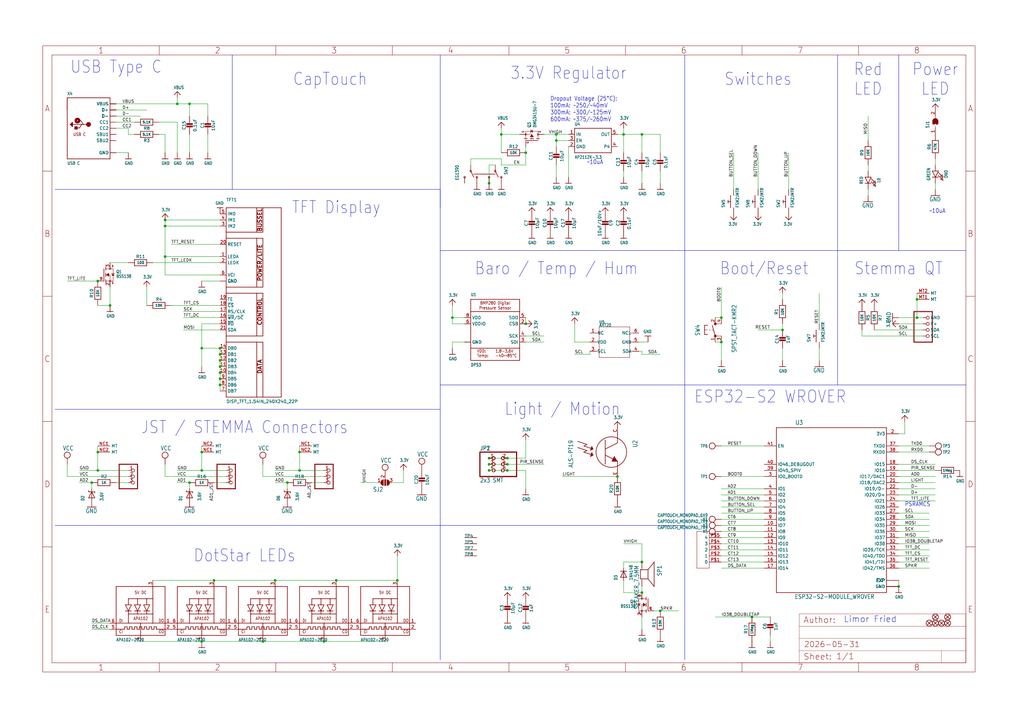
<source format=kicad_sch>
(kicad_sch (version 20230121) (generator eeschema)
  (paper "User" 425.45 298.602)
  (junction (at 203.2 195.58))
  (junction (at 91.44 154.94))
  (junction (at 312.42 256.54))
  (junction (at 40.64 187.96))
  (junction (at 68.58 93.98))
  (junction (at 119.38 200.66))
  (junction (at 139.7 241.3))
  (junction (at 231.14 58.42))
  (junction (at 203.2 193.04))
  (junction (at 45.72 127))
  (junction (at 68.58 106.68))
  (junction (at 165.1 241.3))
  (junction (at 134.62 266.7))
  (junction (at 40.64 195.58))
  (junction (at 83.82 195.58))
  (junction (at 83.82 187.96))
  (junction (at 381 132.08))
  (junction (at 218.44 134.62))
  (junction (at 203.2 76.2))
  (junction (at 78.74 200.66))
  (junction (at 88.9 241.3))
  (junction (at 114.3 241.3))
  (junction (at 325.12 137.16))
  (junction (at 203.2 190.5))
  (junction (at 218.44 63.5))
  (junction (at 210.82 195.58))
  (junction (at 373.38 243.84))
  (junction (at 299.72 132.08))
  (junction (at 91.44 152.4))
  (junction (at 299.72 142.24))
  (junction (at 256.54 198.12))
  (junction (at 208.28 55.88))
  (junction (at 187.96 132.08))
  (junction (at 91.44 147.32))
  (junction (at 38.1 200.66))
  (junction (at 210.82 193.04))
  (junction (at 91.44 157.48))
  (junction (at 124.46 195.58))
  (junction (at 266.7 246.38))
  (junction (at 83.82 144.78))
  (junction (at 274.32 254))
  (junction (at 381 124.46))
  (junction (at 73.66 43.18))
  (junction (at 109.22 266.7))
  (junction (at 266.7 55.88))
  (junction (at 68.58 91.44))
  (junction (at 40.64 116.84))
  (junction (at 83.82 266.7))
  (junction (at 231.14 55.88))
  (junction (at 78.74 43.18))
  (junction (at 91.44 160.02))
  (junction (at 91.44 144.78))
  (junction (at 259.08 55.88))
  (junction (at 91.44 149.86))
  (junction (at 210.82 190.5))
  (junction (at 124.46 187.96))
  (junction (at 266.7 233.68))
  (wire (pts (xy 91.44 160.02) (xy 91.44 162.56)) (stroke (width 0.1524)))
  (wire (pts (xy 381 124.46) (xy 381 132.08)) (stroke (width 0.1524)))
  (polyline (pts (xy 182.88 218.44) (xy 182.88 160.02)) (stroke (width 0.1524) (type solid)))
  (wire (pts (xy 317.5 198.12) (xy 299.72 198.12)) (stroke (width 0.1524)))
  (wire (pts (xy 383.54 137.16) (xy 363.22 137.16)) (stroke (width 0.1524)))
  (wire (pts (xy 360.68 68.58) (xy 360.68 71.12)) (stroke (width 0.1524)))
  (wire (pts (xy 162.56 200.66) (xy 167.64 200.66)) (stroke (width 0.1524)))
  (wire (pts (xy 48.26 48.26) (xy 58.42 48.26)) (stroke (width 0.1524)))
  (wire (pts (xy 299.72 220.98) (xy 317.5 220.98)) (stroke (width 0.1524)))
  (wire (pts (xy 134.62 200.66) (xy 129.54 200.66)) (stroke (width 0.1524)))
  (polyline (pts (xy 284.48 160.02) (xy 347.98 160.02)) (stroke (width 0.1524) (type solid)))
  (wire (pts (xy 88.9 241.3) (xy 114.3 241.3)) (stroke (width 0.1524)))
  (wire (pts (xy 187.96 134.62) (xy 187.96 132.08)) (stroke (width 0.1524)))
  (wire (pts (xy 83.82 185.42) (xy 83.82 187.96)) (stroke (width 0.1524)))
  (wire (pts (xy 360.68 48.26) (xy 360.68 58.42)) (stroke (width 0.1524)))
  (wire (pts (xy 40.64 187.96) (xy 40.64 195.58)) (stroke (width 0.1524)))
  (wire (pts (xy 218.44 195.58) (xy 218.44 203.2)) (stroke (width 0.1524)))
  (wire (pts (xy 91.44 134.62) (xy 83.82 134.62)) (stroke (width 0.1524)))
  (polyline (pts (xy 284.48 274.32) (xy 284.48 218.44)) (stroke (width 0.1524) (type solid)))
  (wire (pts (xy 60.96 127) (xy 60.96 119.38)) (stroke (width 0.1524)))
  (wire (pts (xy 83.82 134.62) (xy 83.82 144.78)) (stroke (width 0.1524)))
  (wire (pts (xy 299.72 210.82) (xy 317.5 210.82)) (stroke (width 0.1524)))
  (wire (pts (xy 78.74 43.18) (xy 73.66 43.18)) (stroke (width 0.1524)))
  (wire (pts (xy 114.3 241.3) (xy 139.7 241.3)) (stroke (width 0.1524)))
  (wire (pts (xy 63.5 241.3) (xy 88.9 241.3)) (stroke (width 0.1524)))
  (wire (pts (xy 53.34 195.58) (xy 40.64 195.58)) (stroke (width 0.1524)))
  (wire (pts (xy 93.98 200.66) (xy 88.9 200.66)) (stroke (width 0.1524)))
  (wire (pts (xy 195.58 66.04) (xy 195.58 68.58)) (stroke (width 0.1524)))
  (wire (pts (xy 358.14 139.7) (xy 358.14 137.16)) (stroke (width 0.1524)))
  (wire (pts (xy 386.08 236.22) (xy 373.38 236.22)) (stroke (width 0.1524)))
  (wire (pts (xy 274.32 71.12) (xy 274.32 76.2)) (stroke (width 0.1524)))
  (wire (pts (xy 271.78 254) (xy 274.32 254)) (stroke (width 0.1524)))
  (wire (pts (xy 68.58 198.12) (xy 68.58 193.04)) (stroke (width 0.1524)))
  (polyline (pts (xy 182.88 274.32) (xy 182.88 218.44)) (stroke (width 0.1524) (type solid)))
  (wire (pts (xy 38.1 261.62) (xy 45.72 261.62)) (stroke (width 0.1524)))
  (wire (pts (xy 91.44 157.48) (xy 91.44 160.02)) (stroke (width 0.1524)))
  (wire (pts (xy 68.58 91.44) (xy 68.58 93.98)) (stroke (width 0.1524)))
  (wire (pts (xy 373.38 195.58) (xy 388.62 195.58)) (stroke (width 0.1524)))
  (wire (pts (xy 187.96 132.08) (xy 187.96 127)) (stroke (width 0.1524)))
  (wire (pts (xy 40.64 116.84) (xy 27.94 116.84)) (stroke (width 0.1524)))
  (wire (pts (xy 236.22 60.96) (xy 236.22 73.66)) (stroke (width 0.1524)))
  (polyline (pts (xy 182.88 86.36) (xy 182.88 22.86)) (stroke (width 0.1524) (type solid)))
  (wire (pts (xy 208.28 66.04) (xy 208.28 68.58)) (stroke (width 0.1524)))
  (wire (pts (xy 68.58 106.68) (xy 68.58 114.3)) (stroke (width 0.1524)))
  (wire (pts (xy 86.36 55.88) (xy 86.36 63.5)) (stroke (width 0.1524)))
  (polyline (pts (xy 284.48 22.86) (xy 284.48 104.14)) (stroke (width 0.1524) (type solid)))
  (polyline (pts (xy 182.88 170.18) (xy 22.86 170.18)) (stroke (width 0.1524) (type solid)))
  (polyline (pts (xy 96.52 78.74) (xy 96.52 22.86)) (stroke (width 0.1524) (type solid)))
  (wire (pts (xy 58.42 266.7) (xy 83.82 266.7)) (stroke (width 0.1524)))
  (wire (pts (xy 304.8 78.74) (xy 304.8 63.5)) (stroke (width 0.1524)))
  (wire (pts (xy 386.08 231.14) (xy 373.38 231.14)) (stroke (width 0.1524)))
  (wire (pts (xy 205.74 68.58) (xy 203.2 68.58)) (stroke (width 0.1524)))
  (wire (pts (xy 266.7 146.05) (xy 266.7 147.32)) (stroke (width 0.1524)))
  (wire (pts (xy 86.36 48.26) (xy 86.36 43.18)) (stroke (width 0.1524)))
  (wire (pts (xy 317.5 213.36) (xy 299.72 213.36)) (stroke (width 0.1524)))
  (wire (pts (xy 78.74 200.66) (xy 73.66 200.66)) (stroke (width 0.1524)))
  (wire (pts (xy 66.04 50.8) (xy 73.66 50.8)) (stroke (width 0.1524)))
  (wire (pts (xy 299.72 119.38) (xy 299.72 132.08)) (stroke (width 0.1524)))
  (wire (pts (xy 27.94 198.12) (xy 27.94 193.04)) (stroke (width 0.1524)))
  (wire (pts (xy 317.5 236.22) (xy 299.72 236.22)) (stroke (width 0.1524)))
  (wire (pts (xy 238.76 142.24) (xy 245.11 142.24)) (stroke (width 0.1524)))
  (wire (pts (xy 218.44 132.08) (xy 218.44 134.62)) (stroke (width 0.1524)))
  (wire (pts (xy 236.22 58.42) (xy 231.14 58.42)) (stroke (width 0.1524)))
  (wire (pts (xy 297.18 132.08) (xy 299.72 132.08)) (stroke (width 0.1524)))
  (wire (pts (xy 226.06 55.88) (xy 231.14 55.88)) (stroke (width 0.1524)))
  (wire (pts (xy 38.1 203.2) (xy 38.1 200.66)) (stroke (width 0.1524)))
  (wire (pts (xy 91.44 114.3) (xy 68.58 114.3)) (stroke (width 0.1524)))
  (wire (pts (xy 83.82 195.58) (xy 73.66 195.58)) (stroke (width 0.1524)))
  (wire (pts (xy 317.5 215.9) (xy 299.72 215.9)) (stroke (width 0.1524)))
  (wire (pts (xy 381 121.92) (xy 381 124.46)) (stroke (width 0.1524)))
  (wire (pts (xy 208.28 53.34) (xy 208.28 55.88)) (stroke (width 0.1524)))
  (wire (pts (xy 388.62 68.58) (xy 388.62 66.04)) (stroke (width 0.1524)))
  (polyline (pts (xy 347.98 160.02) (xy 401.32 160.02)) (stroke (width 0.1524) (type solid)))
  (wire (pts (xy 266.7 256.54) (xy 266.7 261.62)) (stroke (width 0.1524)))
  (wire (pts (xy 375.92 180.34) (xy 375.92 175.26)) (stroke (width 0.1524)))
  (wire (pts (xy 218.44 190.5) (xy 218.44 182.88)) (stroke (width 0.1524)))
  (wire (pts (xy 193.04 134.62) (xy 187.96 134.62)) (stroke (width 0.1524)))
  (wire (pts (xy 317.5 231.14) (xy 299.72 231.14)) (stroke (width 0.1524)))
  (wire (pts (xy 373.38 180.34) (xy 375.92 180.34)) (stroke (width 0.1524)))
  (wire (pts (xy 299.72 228.6) (xy 317.5 228.6)) (stroke (width 0.1524)))
  (wire (pts (xy 93.98 195.58) (xy 83.82 195.58)) (stroke (width 0.1524)))
  (wire (pts (xy 48.26 43.18) (xy 73.66 43.18)) (stroke (width 0.1524)))
  (wire (pts (xy 53.34 55.88) (xy 55.88 55.88)) (stroke (width 0.1524)))
  (wire (pts (xy 208.28 68.58) (xy 218.44 68.58)) (stroke (width 0.1524)))
  (wire (pts (xy 317.5 218.44) (xy 299.72 218.44)) (stroke (width 0.1524)))
  (wire (pts (xy 45.72 127) (xy 45.72 119.38)) (stroke (width 0.1524)))
  (wire (pts (xy 320.04 256.54) (xy 312.42 256.54)) (stroke (width 0.1524)))
  (wire (pts (xy 226.06 142.24) (xy 218.44 142.24)) (stroke (width 0.1524)))
  (wire (pts (xy 373.38 220.98) (xy 386.08 220.98)) (stroke (width 0.1524)))
  (wire (pts (xy 314.96 63.5) (xy 314.96 78.74)) (stroke (width 0.1524)))
  (wire (pts (xy 340.36 144.78) (xy 340.36 149.86)) (stroke (width 0.1524)))
  (polyline (pts (xy 284.48 218.44) (xy 284.48 160.02)) (stroke (width 0.1524) (type solid)))
  (wire (pts (xy 119.38 200.66) (xy 114.3 200.66)) (stroke (width 0.1524)))
  (wire (pts (xy 259.08 55.88) (xy 259.08 53.34)) (stroke (width 0.1524)))
  (wire (pts (xy 203.2 193.04) (xy 210.82 193.04)) (stroke (width 0.1524)))
  (wire (pts (xy 373.38 226.06) (xy 386.08 226.06)) (stroke (width 0.1524)))
  (wire (pts (xy 373.38 198.12) (xy 388.62 198.12)) (stroke (width 0.1524)))
  (wire (pts (xy 40.64 195.58) (xy 33.02 195.58)) (stroke (width 0.1524)))
  (wire (pts (xy 193.04 142.24) (xy 187.96 142.24)) (stroke (width 0.1524)))
  (wire (pts (xy 266.7 71.12) (xy 266.7 76.2)) (stroke (width 0.1524)))
  (wire (pts (xy 256.54 198.12) (xy 233.68 198.12)) (stroke (width 0.1524)))
  (wire (pts (xy 48.26 50.8) (xy 55.88 50.8)) (stroke (width 0.1524)))
  (wire (pts (xy 165.1 241.3) (xy 165.1 231.14)) (stroke (width 0.1524)))
  (wire (pts (xy 297.18 142.24) (xy 299.72 142.24)) (stroke (width 0.1524)))
  (wire (pts (xy 256.54 55.88) (xy 259.08 55.88)) (stroke (width 0.1524)))
  (wire (pts (xy 373.38 134.62) (xy 383.54 134.62)) (stroke (width 0.1524)))
  (wire (pts (xy 91.44 154.94) (xy 91.44 157.48)) (stroke (width 0.1524)))
  (wire (pts (xy 218.44 68.58) (xy 218.44 63.5)) (stroke (width 0.1524)))
  (wire (pts (xy 236.22 55.88) (xy 231.14 55.88)) (stroke (width 0.1524)))
  (wire (pts (xy 91.44 116.84) (xy 83.82 116.84)) (stroke (width 0.1524)))
  (wire (pts (xy 73.66 50.8) (xy 73.66 63.5)) (stroke (width 0.1524)))
  (wire (pts (xy 317.5 205.74) (xy 299.72 205.74)) (stroke (width 0.1524)))
  (wire (pts (xy 53.34 53.34) (xy 53.34 55.88)) (stroke (width 0.1524)))
  (wire (pts (xy 124.46 187.96) (xy 124.46 195.58)) (stroke (width 0.1524)))
  (wire (pts (xy 86.36 43.18) (xy 78.74 43.18)) (stroke (width 0.1524)))
  (wire (pts (xy 195.58 66.04) (xy 208.28 66.04)) (stroke (width 0.1524)))
  (wire (pts (xy 245.11 146.05) (xy 245.11 147.32)) (stroke (width 0.1524)))
  (wire (pts (xy 373.38 200.66) (xy 388.62 200.66)) (stroke (width 0.1524)))
  (wire (pts (xy 266.7 55.88) (xy 274.32 55.88)) (stroke (width 0.1524)))
  (wire (pts (xy 373.38 185.42) (xy 386.08 185.42)) (stroke (width 0.1524)))
  (wire (pts (xy 259.08 55.88) (xy 266.7 55.88)) (stroke (width 0.1524)))
  (wire (pts (xy 327.66 63.5) (xy 327.66 78.74)) (stroke (width 0.1524)))
  (wire (pts (xy 124.46 185.42) (xy 124.46 187.96)) (stroke (width 0.1524)))
  (wire (pts (xy 38.1 200.66) (xy 33.02 200.66)) (stroke (width 0.1524)))
  (polyline (pts (xy 284.48 104.14) (xy 182.88 104.14)) (stroke (width 0.1524) (type solid)))
  (wire (pts (xy 91.44 152.4) (xy 91.44 154.94)) (stroke (width 0.1524)))
  (polyline (pts (xy 182.88 160.02) (xy 182.88 104.14)) (stroke (width 0.1524) (type solid)))
  (wire (pts (xy 299.72 223.52) (xy 317.5 223.52)) (stroke (width 0.1524)))
  (wire (pts (xy 373.38 203.2) (xy 388.62 203.2)) (stroke (width 0.1524)))
  (wire (pts (xy 373.38 223.52) (xy 386.08 223.52)) (stroke (width 0.1524)))
  (wire (pts (xy 203.2 190.5) (xy 210.82 190.5)) (stroke (width 0.1524)))
  (wire (pts (xy 83.82 144.78) (xy 83.82 152.4)) (stroke (width 0.1524)))
  (wire (pts (xy 231.14 58.42) (xy 231.14 55.88)) (stroke (width 0.1524)))
  (polyline (pts (xy 347.98 104.14) (xy 347.98 160.02)) (stroke (width 0.1524) (type solid)))
  (wire (pts (xy 265.43 146.05) (xy 266.7 146.05)) (stroke (width 0.1524)))
  (wire (pts (xy 215.9 55.88) (xy 208.28 55.88)) (stroke (width 0.1524)))
  (wire (pts (xy 325.12 121.92) (xy 325.12 124.46)) (stroke (width 0.1524)))
  (wire (pts (xy 91.44 147.32) (xy 91.44 149.86)) (stroke (width 0.1524)))
  (wire (pts (xy 325.12 144.78) (xy 325.12 149.86)) (stroke (width 0.1524)))
  (wire (pts (xy 299.72 142.24) (xy 299.72 149.86)) (stroke (width 0.1524)))
  (wire (pts (xy 40.64 185.42) (xy 40.64 187.96)) (stroke (width 0.1524)))
  (wire (pts (xy 259.08 71.12) (xy 259.08 73.66)) (stroke (width 0.1524)))
  (polyline (pts (xy 96.52 78.74) (xy 182.88 78.74)) (stroke (width 0.1524) (type solid)))
  (polyline (pts (xy 284.48 104.14) (xy 347.98 104.14)) (stroke (width 0.1524) (type solid)))
  (wire (pts (xy 373.38 215.9) (xy 386.08 215.9)) (stroke (width 0.1524)))
  (wire (pts (xy 91.44 149.86) (xy 91.44 152.4)) (stroke (width 0.1524)))
  (polyline (pts (xy 22.86 78.74) (xy 96.52 78.74)) (stroke (width 0.1524) (type solid)))
  (polyline (pts (xy 373.38 104.14) (xy 401.32 104.14)) (stroke (width 0.1524) (type solid)))
  (wire (pts (xy 317.5 208.28) (xy 299.72 208.28)) (stroke (width 0.1524)))
  (wire (pts (xy 91.44 144.78) (xy 83.82 144.78)) (stroke (width 0.1524)))
  (wire (pts (xy 312.42 256.54) (xy 297.18 256.54)) (stroke (width 0.1524)))
  (polyline (pts (xy 182.88 78.74) (xy 182.88 104.14)) (stroke (width 0.1524) (type solid)))
  (wire (pts (xy 157.48 200.66) (xy 149.86 200.66)) (stroke (width 0.1524)))
  (wire (pts (xy 325.12 134.62) (xy 325.12 137.16)) (stroke (width 0.1524)))
  (wire (pts (xy 68.58 93.98) (xy 68.58 106.68)) (stroke (width 0.1524)))
  (wire (pts (xy 266.7 55.88) (xy 266.7 63.5)) (stroke (width 0.1524)))
  (wire (pts (xy 274.32 55.88) (xy 274.32 63.5)) (stroke (width 0.1524)))
  (wire (pts (xy 373.38 241.3) (xy 373.38 243.84)) (stroke (width 0.1524)))
  (wire (pts (xy 40.64 127) (xy 45.72 127)) (stroke (width 0.1524)))
  (wire (pts (xy 317.5 185.42) (xy 299.72 185.42)) (stroke (width 0.1524)))
  (wire (pts (xy 124.46 195.58) (xy 114.3 195.58)) (stroke (width 0.1524)))
  (wire (pts (xy 68.58 106.68) (xy 91.44 106.68)) (stroke (width 0.1524)))
  (wire (pts (xy 78.74 43.18) (xy 78.74 48.26)) (stroke (width 0.1524)))
  (wire (pts (xy 27.94 198.12) (xy 53.34 198.12)) (stroke (width 0.1524)))
  (wire (pts (xy 91.44 91.44) (xy 68.58 91.44)) (stroke (width 0.1524)))
  (wire (pts (xy 388.62 76.2) (xy 388.62 78.74)) (stroke (width 0.1524)))
  (wire (pts (xy 265.43 142.24) (xy 269.24 142.24)) (stroke (width 0.1524)))
  (wire (pts (xy 373.38 187.96) (xy 386.08 187.96)) (stroke (width 0.1524)))
  (wire (pts (xy 109.22 198.12) (xy 109.22 193.04)) (stroke (width 0.1524)))
  (wire (pts (xy 340.36 121.92) (xy 340.36 134.62)) (stroke (width 0.1524)))
  (polyline (pts (xy 347.98 104.14) (xy 373.38 104.14)) (stroke (width 0.1524) (type solid)))
  (wire (pts (xy 320.04 266.7) (xy 320.04 264.16)) (stroke (width 0.1524)))
  (wire (pts (xy 317.5 233.68) (xy 299.72 233.68)) (stroke (width 0.1524)))
  (wire (pts (xy 373.38 233.68) (xy 386.08 233.68)) (stroke (width 0.1524)))
  (wire (pts (xy 91.44 93.98) (xy 68.58 93.98)) (stroke (width 0.1524)))
  (wire (pts (xy 381 132.08) (xy 373.38 132.08)) (stroke (width 0.1524)))
  (wire (pts (xy 203.2 195.58) (xy 210.82 195.58)) (stroke (width 0.1524)))
  (wire (pts (xy 218.44 139.7) (xy 226.06 139.7)) (stroke (width 0.1524)))
  (wire (pts (xy 91.44 129.54) (xy 76.2 129.54)) (stroke (width 0.1524)))
  (wire (pts (xy 266.7 233.68) (xy 259.08 233.68)) (stroke (width 0.1524)))
  (wire (pts (xy 259.08 233.68) (xy 259.08 236.22)) (stroke (width 0.1524)))
  (wire (pts (xy 218.44 60.96) (xy 218.44 63.5)) (stroke (width 0.1524)))
  (wire (pts (xy 266.7 147.32) (xy 274.32 147.32)) (stroke (width 0.1524)))
  (wire (pts (xy 266.7 246.38) (xy 259.08 246.38)) (stroke (width 0.1524)))
  (wire (pts (xy 317.5 226.06) (xy 299.72 226.06)) (stroke (width 0.1524)))
  (wire (pts (xy 53.34 109.22) (xy 45.72 109.22)) (stroke (width 0.1524)))
  (wire (pts (xy 68.58 198.12) (xy 93.98 198.12)) (stroke (width 0.1524)))
  (wire (pts (xy 48.26 53.34) (xy 53.34 53.34)) (stroke (width 0.1524)))
  (wire (pts (xy 317.5 203.2) (xy 299.72 203.2)) (stroke (width 0.1524)))
  (wire (pts (xy 91.44 137.16) (xy 76.2 137.16)) (stroke (width 0.1524)))
  (wire (pts (xy 360.68 81.28) (xy 360.68 78.74)) (stroke (width 0.1524)))
  (wire (pts (xy 78.74 63.5) (xy 78.74 55.88)) (stroke (width 0.1524)))
  (wire (pts (xy 53.34 200.66) (xy 48.26 200.66)) (stroke (width 0.1524)))
  (wire (pts (xy 231.14 68.58) (xy 231.14 73.66)) (stroke (width 0.1524)))
  (wire (pts (xy 259.08 63.5) (xy 259.08 55.88)) (stroke (width 0.1524)))
  (wire (pts (xy 210.82 195.58) (xy 218.44 195.58)) (stroke (width 0.1524)))
  (wire (pts (xy 167.64 200.66) (xy 167.64 195.58)) (stroke (width 0.1524)))
  (polyline (pts (xy 284.48 160.02) (xy 182.88 160.02)) (stroke (width 0.1524) (type solid)))
  (wire (pts (xy 259.08 246.38) (xy 259.08 241.3)) (stroke (width 0.1524)))
  (wire (pts (xy 266.7 243.84) (xy 266.7 246.38)) (stroke (width 0.1524)))
  (wire (pts (xy 73.66 40.64) (xy 73.66 43.18)) (stroke (width 0.1524)))
  (wire (pts (xy 91.44 132.08) (xy 76.2 132.08)) (stroke (width 0.1524)))
  (wire (pts (xy 91.44 109.22) (xy 63.5 109.22)) (stroke (width 0.1524)))
  (wire (pts (xy 373.38 208.28) (xy 388.62 208.28)) (stroke (width 0.1524)))
  (wire (pts (xy 187.96 142.24) (xy 187.96 144.78)) (stroke (width 0.1524)))
  (wire (pts (xy 53.34 63.5) (xy 48.26 63.5)) (stroke (width 0.1524)))
  (polyline (pts (xy 284.48 218.44) (xy 182.88 218.44)) (stroke (width 0.1524) (type solid)))
  (wire (pts (xy 109.22 266.7) (xy 134.62 266.7)) (stroke (width 0.1524)))
  (polyline (pts (xy 373.38 22.86) (xy 373.38 104.14)) (stroke (width 0.1524) (type solid)))
  (wire (pts (xy 245.11 147.32) (xy 238.76 147.32)) (stroke (width 0.1524)))
  (wire (pts (xy 386.08 213.36) (xy 373.38 213.36)) (stroke (width 0.1524)))
  (polyline (pts (xy 284.48 104.14) (xy 284.48 160.02)) (stroke (width 0.1524) (type solid)))
  (wire (pts (xy 134.62 195.58) (xy 124.46 195.58)) (stroke (width 0.1524)))
  (wire (pts (xy 373.38 205.74) (xy 388.62 205.74)) (stroke (width 0.1524)))
  (wire (pts (xy 383.54 139.7) (xy 358.14 139.7)) (stroke (width 0.1524)))
  (wire (pts (xy 208.28 63.5) (xy 208.28 55.88)) (stroke (width 0.1524)))
  (wire (pts (xy 83.82 187.96) (xy 83.82 195.58)) (stroke (width 0.1524)))
  (wire (pts (xy 381 132.08) (xy 383.54 132.08)) (stroke (width 0.1524)))
  (wire (pts (xy 91.44 101.6) (xy 71.12 101.6)) (stroke (width 0.1524)))
  (wire (pts (xy 210.82 193.04) (xy 226.06 193.04)) (stroke (width 0.1524)))
  (polyline (pts (xy 347.98 22.86) (xy 347.98 104.14)) (stroke (width 0.1524) (type solid)))
  (wire (pts (xy 203.2 68.58) (xy 203.2 76.2)) (stroke (width 0.1524)))
  (wire (pts (xy 373.38 193.04) (xy 388.62 193.04)) (stroke (width 0.1524)))
  (wire (pts (xy 373.38 218.44) (xy 386.08 218.44)) (stroke (width 0.1524)))
  (wire (pts (xy 119.38 203.2) (xy 119.38 200.66)) (stroke (width 0.1524)))
  (wire (pts (xy 45.72 259.08) (xy 38.1 259.08)) (stroke (width 0.1524)))
  (wire (pts (xy 91.44 127) (xy 71.12 127)) (stroke (width 0.1524)))
  (wire (pts (xy 274.32 254) (xy 281.94 254)) (stroke (width 0.1524)))
  (wire (pts (xy 266.7 233.68) (xy 266.7 226.06)) (stroke (width 0.1524)))
  (wire (pts (xy 231.14 60.96) (xy 231.14 58.42)) (stroke (width 0.1524)))
  (wire (pts (xy 373.38 228.6) (xy 386.08 228.6)) (stroke (width 0.1524)))
  (wire (pts (xy 68.58 55.88) (xy 68.58 63.5)) (stroke (width 0.1524)))
  (wire (pts (xy 238.76 134.62) (xy 238.76 142.24)) (stroke (width 0.1524)))
  (wire (pts (xy 66.04 55.88) (xy 68.58 55.88)) (stroke (width 0.1524)))
  (wire (pts (xy 91.44 144.78) (xy 91.44 147.32)) (stroke (width 0.1524)))
  (wire (pts (xy 314.96 137.16) (xy 325.12 137.16)) (stroke (width 0.1524)))
  (wire (pts (xy 109.22 198.12) (xy 134.62 198.12)) (stroke (width 0.1524)))
  (wire (pts (xy 83.82 266.7) (xy 109.22 266.7)) (stroke (width 0.1524)))
  (wire (pts (xy 266.7 226.06) (xy 259.08 226.06)) (stroke (width 0.1524)))
  (wire (pts (xy 78.74 203.2) (xy 78.74 200.66)) (stroke (width 0.1524)))
  (wire (pts (xy 139.7 241.3) (xy 165.1 241.3)) (stroke (width 0.1524)))
  (wire (pts (xy 134.62 266.7) (xy 160.02 266.7)) (stroke (width 0.1524)))
  (wire (pts (xy 48.26 45.72) (xy 60.96 45.72)) (stroke (width 0.1524)))
  (wire (pts (xy 210.82 190.5) (xy 218.44 190.5)) (stroke (width 0.1524)))
  (wire (pts (xy 187.96 132.08) (xy 193.04 132.08)) (stroke (width 0.1524)))
  (polyline (pts (xy 182.88 218.44) (xy 22.86 218.44)) (stroke (width 0.1524) (type solid)))
  (text "Stemma QT" (at 373.38 111.76 0) (effects (font (size 5.08 4.318))))
  (text "3.3V Regulator" (at 236.22 30.48 0) (effects (font (size 5.08 4.318))))
  (text "USB Type C" (at 48.26 27.94 0) (effects (font (size 5.08 4.318))))
  (text "Dropout Voltage (25°C):\n100mA: ~250/~40mV\n300mA: ~300/~125mV\n600mA: ~375/~260mV" (at 228.6 50.8 0) (effects (font (size 1.778 1.5113)) (justify left bottom)))
  (text "PSRAMCS" (at 375.92 210.82 0) (effects (font (size 1.778 1.5113)) (justify left bottom)))
  (text "Limor Fried" (at 350.52 259.08 0) (effects (font (size 2.54 2.54)) (justify left bottom)))
  (text "TFT Display" (at 139.7 86.36 0) (effects (font (size 5.08 4.318))))
  (text "CapTouch" (at 137.16 33.02 0) (effects (font (size 5.08 4.318))))
  (text "ESP32-S2 WROVER" (at 320.04 165.1 0) (effects (font (size 5.08 4.318))))
  (text "JST / STEMMA Connectors" (at 101.6 177.8 0) (effects (font (size 5.08 4.318))))
  (text "~10uA" (at 243.84 68.58 0) (effects (font (size 1.778 1.5113)) (justify left bottom)))
  (text "Baro / Temp / Hum" (at 231.14 111.76 0) (effects (font (size 5.08 4.318))))
  (text "Red\nLED" (at 360.68 33.02 0) (effects (font (size 5.08 4.318))))
  (text "Power\nLED" (at 388.62 33.02 0) (effects (font (size 5.08 4.318))))
  (text "DotStar LEDs" (at 101.6 231.14 0) (effects (font (size 5.08 4.318))))
  (text "~10uA" (at 386.08 88.9 0) (effects (font (size 1.778 1.5113)) (justify left bottom)))
  (text "Switches" (at 314.96 33.02 0) (effects (font (size 5.08 4.318))))
  (text "Light / Motion" (at 233.68 170.18 0) (effects (font (size 5.08 4.318))))
  (text "Boot/Reset" (at 317.5 111.76 0) (effects (font (size 5.08 4.318))))
  (label "TFT_LITE" (at 378.46 208.28 0) (effects (font (size 1.2446 1.2446))))
  (label "DS_CLK" (at 378.46 193.04 0) (effects (font (size 1.2446 1.2446))))
  (label "BOOT0" (at 302.26 198.12 0) (effects (font (size 1.2446 1.2446))))
  (label "SCL" (at 373.38 139.7 0) (effects (font (size 1.2446 1.2446))))
  (label "RESET" (at 320.04 137.16 180) (effects (font (size 1.3513 1.3513))))
  (label "SCL" (at 238.76 147.32 0) (effects (font (size 1.2446 1.2446))))
  (label "BUTTON_DOWN" (at 314.96 73.66 90) (effects (font (size 1.2446 1.2446))))
  (label "EN" (at 213.36 68.58 0) (effects (font (size 1.2446 1.2446))))
  (label "SDA" (at 375.92 215.9 0) (effects (font (size 1.2446 1.2446))))
  (label "TXD0" (at 378.46 185.42 0) (effects (font (size 1.2446 1.2446))))
  (label "CT11" (at 302.26 228.6 0) (effects (font (size 1.2446 1.2446))))
  (label "VHIGH" (at 233.68 55.88 180) (effects (font (size 1.2446 1.2446))))
  (label "BUTTON_UP" (at 327.66 73.66 90) (effects (font (size 1.2446 1.2446))))
  (label "MOSI" (at 76.2 137.16 0) (effects (font (size 1.2446 1.2446))))
  (label "A0_JST" (at 129.54 200.66 270) (effects (font (size 1.2446 1.2446))))
  (label "AD1_JST" (at 88.9 200.66 270) (effects (font (size 1.2446 1.2446))))
  (label "SCL" (at 220.98 139.7 0) (effects (font (size 1.2446 1.2446))))
  (label "CT7" (at 302.26 218.44 0) (effects (font (size 1.2446 1.2446))))
  (label "DS_CLK" (at 38.1 261.62 0) (effects (font (size 1.2446 1.2446))))
  (label "TFT_RESET" (at 375.92 233.68 0) (effects (font (size 1.2446 1.2446))))
  (label "VCC" (at 114.3 198.12 0) (effects (font (size 1.2446 1.2446))))
  (label "AD1" (at 73.66 200.66 0) (effects (font (size 1.2446 1.2446))))
  (label "CT12" (at 302.26 231.14 0) (effects (font (size 1.2446 1.2446))))
  (label "VHIGH" (at 259.08 226.06 0) (effects (font (size 1.2446 1.2446))))
  (label "VCC" (at 73.66 198.12 0) (effects (font (size 1.2446 1.2446))))
  (label "IO38_DOUBLETAP" (at 375.92 226.06 0) (effects (font (size 1.2446 1.2446))))
  (label "TFT_RESET" (at 71.12 101.6 0) (effects (font (size 1.2446 1.2446))))
  (label "SCK" (at 375.92 220.98 0) (effects (font (size 1.2446 1.2446))))
  (label "SDA" (at 220.98 142.24 0) (effects (font (size 1.2446 1.2446))))
  (label "TFT_LITE" (at 27.94 116.84 0) (effects (font (size 1.2446 1.2446))))
  (label "AD1" (at 302.26 205.74 0) (effects (font (size 1.2446 1.2446))))
  (label "CT6" (at 302.26 215.9 0) (effects (font (size 1.2446 1.2446))))
  (label "TFT_DC" (at 76.2 132.08 0) (effects (font (size 1.2446 1.2446))))
  (label "RESET" (at 340.36 134.62 90) (effects (font (size 1.2446 1.2446))))
  (label "AD2" (at 33.02 200.66 0) (effects (font (size 1.2446 1.2446))))
  (label "CT9" (at 302.26 223.52 0) (effects (font (size 1.2446 1.2446))))
  (label "BUTTON_SEL" (at 302.26 210.82 0) (effects (font (size 1.2446 1.2446))))
  (label "DS_DATA" (at 38.1 259.08 0) (effects (font (size 1.2446 1.2446))))
  (label "SDA" (at 269.24 147.32 0) (effects (font (size 1.2446 1.2446))))
  (label "MOSI" (at 375.92 218.44 0) (effects (font (size 1.2446 1.2446))))
  (label "GND" (at 114.3 195.58 0) (effects (font (size 1.2446 1.2446))))
  (label "BUTTON_UP" (at 302.26 213.36 0) (effects (font (size 1.2446 1.2446))))
  (label "CT8" (at 302.26 220.98 0) (effects (font (size 1.2446 1.2446))))
  (label "IO38_DOUBLETAP" (at 299.72 256.54 0) (effects (font (size 1.2446 1.2446))))
  (label "TFT_CS" (at 76.2 127 0) (effects (font (size 1.2446 1.2446))))
  (label "VBUS" (at 50.8 43.18 0) (effects (font (size 1.2446 1.2446))))
  (label "BUTTON_DOWN" (at 302.26 208.28 0) (effects (font (size 1.2446 1.2446))))
  (label "TFT_LEDK" (at 71.12 109.22 0) (effects (font (size 1.2446 1.2446))))
  (label "SDA" (at 373.38 137.16 0) (effects (font (size 1.2446 1.2446))))
  (label "TFT_DC" (at 375.92 228.6 0) (effects (font (size 1.2446 1.2446))))
  (label "GND" (at 73.66 195.58 0) (effects (font (size 1.2446 1.2446))))
  (label "BUTTON_SEL" (at 304.8 73.66 90) (effects (font (size 1.2446 1.2446))))
  (label "SPKR" (at 274.32 254 0) (effects (font (size 1.2446 1.2446))))
  (label "LIGHT" (at 233.68 198.12 0) (effects (font (size 1.2446 1.2446))))
  (label "DS_DATA" (at 302.26 236.22 0) (effects (font (size 1.2446 1.2446))))
  (label "D+" (at 50.8 45.72 0) (effects (font (size 1.2446 1.2446))))
  (label "RXD0" (at 378.46 187.96 0) (effects (font (size 1.2446 1.2446))))
  (label "AD0" (at 114.3 200.66 0) (effects (font (size 1.2446 1.2446))))
  (label "D-" (at 50.8 48.26 0) (effects (font (size 1.2446 1.2446))))
  (label "D-" (at 378.46 203.2 0) (effects (font (size 1.2446 1.2446))))
  (label "CC1" (at 50.8 50.8 0) (effects (font (size 1.2446 1.2446))))
  (label "SCK" (at 76.2 129.54 0) (effects (font (size 1.2446 1.2446))))
  (label "CT10" (at 302.26 226.06 0) (effects (font (size 1.2446 1.2446))))
  (label "MISO" (at 375.92 223.52 0) (effects (font (size 1.2446 1.2446))))
  (label "SCL" (at 375.92 213.36 0) (effects (font (size 1.2446 1.2446))))
  (label "PIR_SENSE" (at 378.46 195.58 0) (effects (font (size 1.2446 1.2446))))
  (label "BOOT0" (at 299.72 119.38 270) (effects (font (size 1.2446 1.2446))))
  (label "VHIGH" (at 152.4 200.66 90) (effects (font (size 1.2446 1.2446))))
  (label "SPKR" (at 375.92 236.22 0) (effects (font (size 1.2446 1.2446))))
  (label "LIGHT" (at 378.46 200.66 0) (effects (font (size 1.2446 1.2446))))
  (label "VCC" (at 33.02 198.12 0) (effects (font (size 1.2446 1.2446))))
  (label "AD2" (at 302.26 203.2 0) (effects (font (size 1.2446 1.2446))))
  (label "TFT_CS" (at 375.92 231.14 0) (effects (font (size 1.2446 1.2446))))
  (label "D+" (at 378.46 205.74 0) (effects (font (size 1.2446 1.2446))))
  (label "MISO" (at 360.68 55.88 90) (effects (font (size 1.2446 1.2446))))
  (label "RESET" (at 302.26 185.42 0) (effects (font (size 1.2446 1.2446))))
  (label "CT13" (at 302.26 233.68 0) (effects (font (size 1.2446 1.2446))))
  (label "AD0" (at 378.46 198.12 0) (effects (font (size 1.2446 1.2446))))
  (label "CC2" (at 50.8 53.34 0) (effects (font (size 1.2446 1.2446))))
  (label "PIR_SENSE" (at 215.9 193.04 0) (effects (font (size 1.2446 1.2446))))
  (label "GND" (at 33.02 195.58 0) (effects (font (size 1.2446 1.2446))))
  (symbol (lib_id "working-eagle-import:supply1_GND") (at 340.36 152.4 0) (unit 1)
    (property "Reference" "#GND4" (effects hide))
    (property "Value" "GND" (at 337.82 154.94 0) (effects (font (size 1.778 1.5113)) (justify left bottom)))
  )
  (symbol (lib_id "working-eagle-import:VREG_SOT23-5") (at 246.38 58.42 0) (unit 1)
    (property "Reference" "U4" (at 238.76 52.324 0) (effects (font (size 1.27 1.0795)) (justify left bottom)))
    (property "Value" "AP2112K-3.3" (at 238.76 66.04 0) (effects (font (size 1.27 1.0795)) (justify left bottom)))
    (property "Footprint" "working:SOT23-5" (effects hide))
  )
  (symbol (lib_id "working-eagle-import:microbuilder_GND") (at 256.54 210.82 0) (unit 1)
    (property "Reference" "#U$54" (effects hide))
    (property "Value" "GND" (at 255.016 213.36 0) (effects (font (size 1.27 1.0795)) (justify left bottom)))
  )
  (symbol (lib_id "working-eagle-import:microbuilder_GND") (at 68.58 66.04 0) (unit 1)
    (property "Reference" "#U$26" (effects hide))
    (property "Value" "GND" (at 67.056 68.58 0) (effects (font (size 1.27 1.0795)) (justify left bottom)))
  )
  (symbol (lib_id "working-eagle-import:microbuilder_GND") (at 187.96 147.32 0) (unit 1)
    (property "Reference" "#U$28" (effects hide))
    (property "Value" "GND" (at 186.436 149.86 0) (effects (font (size 1.27 1.0795)) (justify left bottom)))
  )
  (symbol (lib_id "working-eagle-import:RESISTOR_0603_NOOUT") (at 312.42 261.62 90) (unit 1)
    (property "Reference" "R17" (at 309.88 261.62 0))
    (property "Value" "1Meg" (at 312.42 261.62 0) (effects (font (size 1.016 1.016) bold)))
    (property "Footprint" "working:0603-NO" (effects hide))
  )
  (symbol (lib_id "working-eagle-import:3.3V") (at 165.1 228.6 0) (unit 1)
    (property "Reference" "#U$52" (effects hide))
    (property "Value" "3.3V" (at 163.576 227.584 0) (effects (font (size 1.27 1.0795)) (justify left bottom)))
  )
  (symbol (lib_id "working-eagle-import:CAP_CERAMIC0805_10MGAP") (at 251.46 91.44 180) (unit 1)
    (property "Reference" "C9" (at 253.75 92.69 90))
    (property "Value" "10uF/10V+" (at 249.16 92.69 90))
    (property "Footprint" "working:0805_10MGAP" (effects hide))
  )
  (symbol (lib_id "working-eagle-import:HEADER-2X3_SMTTHM") (at 208.28 193.04 0) (unit 1)
    (property "Reference" "JP2" (at 199.39 187.325 0) (effects (font (size 1.778 1.5113)) (justify left bottom)))
    (property "Value" "HEADER-2X3_SMTTHM" (effects hide))
    (property "Footprint" "working:2X03_SMTTHM" (effects hide))
  )
  (symbol (lib_id "working-eagle-import:microbuilder_GND") (at 198.12 78.74 0) (unit 1)
    (property "Reference" "#U$63" (effects hide))
    (property "Value" "GND" (at 196.596 81.28 0) (effects (font (size 1.27 1.0795)) (justify left bottom)))
  )
  (symbol (lib_id "working-eagle-import:SEWTAP_SMTNUTM3") (at 193.04 226.06 0) (unit 1)
    (property "Reference" "TP5" (at 193.04 226.06 0) (effects (justify left bottom)))
    (property "Value" "SEWTAP_SMTNUTM3" (effects hide))
    (property "Footprint" "working:SMT_NUT_3MM" (effects hide))
  )
  (symbol (lib_id "working-eagle-import:3.3V") (at 363.22 124.46 0) (unit 1)
    (property "Reference" "#U$3" (effects hide))
    (property "Value" "3.3V" (at 361.696 123.444 0) (effects (font (size 1.27 1.0795)) (justify left bottom)))
  )
  (symbol (lib_id "working-eagle-import:CON_JST_PH_3PIN") (at 83.82 185.42 0) (unit 3)
    (property "Reference" "SENSE0" (effects hide))
    (property "Value" "JST PH 3" (effects hide))
    (property "Footprint" "working:JSTPH3" (effects hide))
  )
  (symbol (lib_id "working-eagle-import:CAP_CERAMIC0603_NO") (at 259.08 93.98 0) (unit 1)
    (property "Reference" "C2" (at 256.79 92.73 90))
    (property "Value" "0.1uF" (at 261.38 92.73 90))
    (property "Footprint" "working:0603-NO" (effects hide))
  )
  (symbol (lib_id "working-eagle-import:CAP_CERAMIC0805-NOOUTLINE") (at 175.26 200.66 0) (unit 1)
    (property "Reference" "C20" (at 172.97 199.41 90))
    (property "Value" "10uF" (at 177.56 199.41 90))
    (property "Footprint" "working:0805-NO" (effects hide))
  )
  (symbol (lib_id "working-eagle-import:SWITCH_DPDTEG1390") (at 200.66 73.66 270) (unit 1)
    (property "Reference" "SW3" (at 209.55 69.215 0) (effects (font (size 1.27 1.0795)) (justify left bottom)))
    (property "Value" "EG1390" (at 189.23 68.58 0) (effects (font (size 1.27 1.0795)) (justify left bottom)))
    (property "Footprint" "working:EG1390" (effects hide))
  )
  (symbol (lib_id "working-eagle-import:SEWTAP_SMTNUTM3") (at 193.04 223.52 0) (unit 1)
    (property "Reference" "TP4" (at 193.04 223.52 0) (effects (justify left bottom)))
    (property "Value" "SEWTAP_SMTNUTM3" (effects hide))
    (property "Footprint" "working:SMT_NUT_3MM" (effects hide))
  )
  (symbol (lib_id "working-eagle-import:SPEAKER_7.5MM") (at 266.7 238.76 270) (unit 1)
    (property "Reference" "SP1" (at 273.05 234.95 0) (effects (font (size 1.778 1.5113)) (justify left bottom)))
    (property "Value" "SPEAKER_7.5MM" (at 263.525 234.95 0) (effects (font (size 1.778 1.5113)) (justify left bottom)))
    (property "Footprint" "working:BUZZER_SMT_7.5MM" (effects hide))
  )
  (symbol (lib_id "working-eagle-import:microbuilder_GND") (at 299.72 152.4 0) (unit 1)
    (property "Reference" "#U$51" (effects hide))
    (property "Value" "GND" (at 298.196 154.94 0) (effects (font (size 1.27 1.0795)) (justify left bottom)))
  )
  (symbol (lib_id "working-eagle-import:microbuilder_GND") (at 259.08 76.2 0) (unit 1)
    (property "Reference" "#U$23" (effects hide))
    (property "Value" "GND" (at 257.556 78.74 0) (effects (font (size 1.27 1.0795)) (justify left bottom)))
  )
  (symbol (lib_id "working-eagle-import:3.3V") (at 256.54 175.26 0) (unit 1)
    (property "Reference" "#U$60" (effects hide))
    (property "Value" "3.3V" (at 255.016 174.244 0) (effects (font (size 1.27 1.0795)) (justify left bottom)))
  )
  (symbol (lib_id "working-eagle-import:3.3V") (at 304.8 91.44 180) (unit 1)
    (property "Reference" "#U$55" (effects hide))
    (property "Value" "3.3V" (at 306.324 92.456 0) (effects (font (size 1.27 1.0795)) (justify left bottom)))
  )
  (symbol (lib_id "working-eagle-import:microbuilder_GND") (at 274.32 78.74 0) (unit 1)
    (property "Reference" "#U$12" (effects hide))
    (property "Value" "GND" (at 272.796 81.28 0) (effects (font (size 1.27 1.0795)) (justify left bottom)))
  )
  (symbol (lib_id "working-eagle-import:RESISTOR_0603_NOOUT") (at 124.46 200.66 0) (mirror y) (unit 1)
    (property "Reference" "R18" (at 124.46 198.12 0))
    (property "Value" "1K" (at 124.46 200.66 0) (effects (font (size 1.016 1.016) bold)))
    (property "Footprint" "working:0603-NO" (effects hide))
  )
  (symbol (lib_id "working-eagle-import:RESISTOR_0603_NOOUT") (at 213.36 63.5 0) (unit 1)
    (property "Reference" "R12" (at 213.36 60.96 0))
    (property "Value" "10K" (at 213.36 63.5 0) (effects (font (size 1.016 1.016) bold)))
    (property "Footprint" "working:0603-NO" (effects hide))
  )
  (symbol (lib_id "working-eagle-import:RESISTOR_0603_NOOUT") (at 58.42 109.22 0) (unit 1)
    (property "Reference" "R11" (at 58.42 106.68 0))
    (property "Value" "100" (at 58.42 109.22 0) (effects (font (size 1.016 1.016) bold)))
    (property "Footprint" "working:0603-NO" (effects hide))
  )
  (symbol (lib_id "working-eagle-import:CAP_CERAMIC0603_NO") (at 78.74 53.34 0) (unit 1)
    (property "Reference" "C15" (at 76.45 52.09 90))
    (property "Value" "0.1uF" (at 81.04 52.09 90))
    (property "Footprint" "working:0603-NO" (effects hide))
  )
  (symbol (lib_id "working-eagle-import:microbuilder_GND") (at 251.46 99.06 0) (unit 1)
    (property "Reference" "#U$77" (effects hide))
    (property "Value" "GND" (at 249.936 101.6 0) (effects (font (size 1.27 1.0795)) (justify left bottom)))
  )
  (symbol (lib_id "working-eagle-import:SOLDERJUMPER_2WAY") (at 160.02 200.66 0) (unit 1)
    (property "Reference" "SJ2" (at 154.94 204.47 0) (effects (font (size 1.778 1.5113)) (justify left bottom)))
    (property "Value" "SOLDERJUMPER_2WAY" (effects hide))
    (property "Footprint" "working:SOLDERJUMPER_2WAY_OPEN_NOPASTE" (effects hide))
  )
  (symbol (lib_id "working-eagle-import:RESISTOR_0603_NOOUT") (at 40.64 121.92 90) (unit 1)
    (property "Reference" "R10" (at 38.1 121.92 0))
    (property "Value" "10K" (at 40.64 121.92 0) (effects (font (size 1.016 1.016) bold)))
    (property "Footprint" "working:0603-NO" (effects hide))
  )
  (symbol (lib_id "working-eagle-import:CAPTOUCH_MONOPAD_7X9") (at 299.72 218.44 90) (unit 1)
    (property "Reference" "X3" (at 294.132 218.44 90) (effects (font (size 1.27 1.0795)) (justify left)))
    (property "Value" "CAPTOUCH_MONOPAD_7X9" (at 294.132 216.789 90) (effects (font (size 1.27 1.0795)) (justify left)))
    (property "Footprint" "working:CAPTOUCH_7X9MM" (effects hide))
  )
  (symbol (lib_id "working-eagle-import:FIDUCIAL_1MM") (at 388.62 256.54 0) (unit 1)
    (property "Reference" "FID6" (effects hide))
    (property "Value" "FIDUCIAL_1MM" (effects hide))
    (property "Footprint" "working:FIDUCIAL_1MM" (effects hide))
  )
  (symbol (lib_id "working-eagle-import:RESISTOR_0603_NOOUT") (at 256.54 203.2 90) (unit 1)
    (property "Reference" "R20" (at 254 203.2 0))
    (property "Value" "10K" (at 256.54 203.2 0) (effects (font (size 1.016 1.016) bold)))
    (property "Footprint" "working:0603-NO" (effects hide))
  )
  (symbol (lib_id "working-eagle-import:STEMMA_I2C_QT") (at 381 121.92 0) (unit 3)
    (property "Reference" "CONN1" (effects hide))
    (property "Value" "STEMMA_I2C_QT" (effects hide))
    (property "Footprint" "working:JST_SH4" (effects hide))
  )
  (symbol (lib_id "working-eagle-import:CAP_CERAMIC0805-NOOUTLINE") (at 220.98 93.98 0) (unit 1)
    (property "Reference" "C7" (at 218.69 92.73 90))
    (property "Value" "10µF" (at 223.28 92.73 90))
    (property "Footprint" "working:0805-NO" (effects hide))
  )
  (symbol (lib_id "working-eagle-import:3.3V") (at 370.84 134.62 90) (unit 1)
    (property "Reference" "#U$1" (effects hide))
    (property "Value" "3.3V" (at 369.824 136.144 0) (effects (font (size 1.27 1.0795)) (justify left bottom)))
  )
  (symbol (lib_id "working-eagle-import:DIODE-ZENERSOD323") (at 119.38 205.74 90) (unit 1)
    (property "Reference" "D6" (at 116.3574 208.28 0) (effects (font (size 1.27 1.0795)) (justify left bottom)))
    (property "Value" "3.6V" (at 124.2314 208.28 0) (effects (font (size 1.27 1.0795)) (justify left bottom)))
    (property "Footprint" "working:SOD-323" (effects hide))
  )
  (symbol (lib_id "working-eagle-import:APA1022020") (at 134.62 254 0) (unit 1)
    (property "Reference" "DS3" (effects hide))
    (property "Value" "APA102-2020" (at 124.46 266.7 0) (effects (font (size 1.27 1.0795)) (justify left bottom)))
    (property "Footprint" "working:APA102_2020" (effects hide))
  )
  (symbol (lib_id "working-eagle-import:VBUS") (at 208.28 50.8 0) (unit 1)
    (property "Reference" "#U$57" (effects hide))
    (property "Value" "VBUS" (at 206.756 49.784 0) (effects (font (size 1.27 1.0795)) (justify left bottom)))
  )
  (symbol (lib_id "working-eagle-import:microbuilder_GND") (at 83.82 119.38 0) (unit 1)
    (property "Reference" "#U$13" (effects hide))
    (property "Value" "GND" (at 82.296 121.92 0) (effects (font (size 1.27 1.0795)) (justify left bottom)))
  )
  (symbol (lib_id "working-eagle-import:microbuilder_GND") (at 203.2 78.74 0) (unit 1)
    (property "Reference" "#U$11" (effects hide))
    (property "Value" "GND" (at 201.676 81.28 0) (effects (font (size 1.27 1.0795)) (justify left bottom)))
  )
  (symbol (lib_id "working-eagle-import:VCC") (at 68.58 190.5 0) (unit 1)
    (property "Reference" "#SUPPLY1" (effects hide))
    (property "Value" "VCC" (at 66.675 187.325 0) (effects (font (size 1.778 1.5113)) (justify left bottom)))
  )
  (symbol (lib_id "working-eagle-import:CAP_CERAMIC0805-NOOUTLINE") (at 259.08 68.58 0) (unit 1)
    (property "Reference" "C13" (at 256.79 67.33 90))
    (property "Value" "10µF" (at 261.38 67.33 90))
    (property "Footprint" "working:0805-NO" (effects hide))
  )
  (symbol (lib_id "working-eagle-import:microbuilder_GND") (at 208.28 78.74 0) (unit 1)
    (property "Reference" "#U$46" (effects hide))
    (property "Value" "GND" (at 206.756 81.28 0) (effects (font (size 1.27 1.0795)) (justify left bottom)))
  )
  (symbol (lib_id "working-eagle-import:RESISTOR_0603_NOOUT") (at 43.18 200.66 0) (mirror y) (unit 1)
    (property "Reference" "R2" (at 43.18 198.12 0))
    (property "Value" "1K" (at 43.18 200.66 0) (effects (font (size 1.016 1.016) bold)))
    (property "Footprint" "working:0603-NO" (effects hide))
  )
  (symbol (lib_id "working-eagle-import:CON_JST_PH_3PIN") (at 124.46 185.42 0) (unit 2)
    (property "Reference" "SENSE1" (effects hide))
    (property "Value" "JST PH 3" (effects hide))
    (property "Footprint" "working:JSTPH3" (effects hide))
  )
  (symbol (lib_id "working-eagle-import:microbuilder_GND") (at 236.22 76.2 0) (unit 1)
    (property "Reference" "#U$25" (effects hide))
    (property "Value" "GND" (at 234.696 78.74 0) (effects (font (size 1.27 1.0795)) (justify left bottom)))
  )
  (symbol (lib_id "working-eagle-import:CAP_CERAMIC0603_NO") (at 218.44 254 0) (unit 1)
    (property "Reference" "C12" (at 216.15 252.75 90))
    (property "Value" "1uF" (at 220.74 252.75 90))
    (property "Footprint" "working:0603-NO" (effects hide))
  )
  (symbol (lib_id "working-eagle-import:microbuilder_GND") (at 53.34 66.04 0) (unit 1)
    (property "Reference" "#U$31" (effects hide))
    (property "Value" "GND" (at 51.816 68.58 0) (effects (font (size 1.27 1.0795)) (justify left bottom)))
  )
  (symbol (lib_id "working-eagle-import:microbuilder_GND") (at 218.44 259.08 0) (unit 1)
    (property "Reference" "#U$10" (effects hide))
    (property "Value" "GND" (at 216.916 261.62 0) (effects (font (size 1.27 1.0795)) (justify left bottom)))
  )
  (symbol (lib_id "working-eagle-import:CON_JST_PH_3PIN") (at 40.64 187.96 0) (unit 3)
    (property "Reference" "SENSE3" (effects hide))
    (property "Value" "JST PH 3" (effects hide))
    (property "Footprint" "working:JSTPH3" (effects hide))
  )
  (symbol (lib_id "working-eagle-import:CAPTOUCH_5SLIDER_10MM") (at 292.1 228.6 0) (mirror y) (unit 1)
    (property "Reference" "X6" (effects hide))
    (property "Value" "CAPTOUCH_5SLIDER_10MM" (effects hide))
    (property "Footprint" "working:CAPTOUCH_5SLIDER" (effects hide))
  )
  (symbol (lib_id "working-eagle-import:STEMMA_I2C_QT") (at 381 124.46 0) (unit 2)
    (property "Reference" "CONN1" (effects hide))
    (property "Value" "STEMMA_I2C_QT" (effects hide))
    (property "Footprint" "working:JST_SH4" (effects hide))
  )
  (symbol (lib_id "working-eagle-import:LED0603_NOOUTLINE") (at 360.68 76.2 270) (unit 1)
    (property "Reference" "L0" (at 365.125 74.93 0) (effects (font (size 1.27 1.0795))))
    (property "Value" "RED" (at 357.886 74.93 0) (effects (font (size 1.27 1.0795))))
    (property "Footprint" "working:CHIPLED_0603_NOOUTLINE" (effects hide))
  )
  (symbol (lib_id "working-eagle-import:3.3V") (at 236.22 86.36 0) (unit 1)
    (property "Reference" "#U$40" (effects hide))
    (property "Value" "3.3V" (at 234.696 85.344 0) (effects (font (size 1.27 1.0795)) (justify left bottom)))
  )
  (symbol (lib_id "working-eagle-import:CAP_CERAMIC0603_NO") (at 325.12 142.24 0) (unit 1)
    (property "Reference" "C14" (at 322.83 140.99 90))
    (property "Value" "1uF" (at 327.42 140.99 90))
    (property "Footprint" "working:0603-NO" (effects hide))
  )
  (symbol (lib_id "working-eagle-import:3.3V") (at 60.96 116.84 0) (unit 1)
    (property "Reference" "#U$62" (effects hide))
    (property "Value" "3.3V" (at 59.436 115.824 0) (effects (font (size 1.27 1.0795)) (justify left bottom)))
  )
  (symbol (lib_id "working-eagle-import:3.3V") (at 220.98 86.36 0) (unit 1)
    (property "Reference" "#U$38" (effects hide))
    (property "Value" "3.3V" (at 219.456 85.344 0) (effects (font (size 1.27 1.0795)) (justify left bottom)))
  )
  (symbol (lib_id "working-eagle-import:supply1_GND") (at 119.38 210.82 0) (unit 1)
    (property "Reference" "#GND3" (effects hide))
    (property "Value" "GND" (at 116.84 213.36 0) (effects (font (size 1.778 1.5113)) (justify left bottom)))
  )
  (symbol (lib_id "working-eagle-import:3.3V") (at 314.96 91.44 180) (unit 1)
    (property "Reference" "#U$56" (effects hide))
    (property "Value" "3.3V" (at 316.484 92.456 0) (effects (font (size 1.27 1.0795)) (justify left bottom)))
  )
  (symbol (lib_id "working-eagle-import:3.3V") (at 259.08 50.8 0) (unit 1)
    (property "Reference" "#U$29" (effects hide))
    (property "Value" "3.3V" (at 257.556 49.784 0) (effects (font (size 1.27 1.0795)) (justify left bottom)))
  )
  (symbol (lib_id "working-eagle-import:PHOTOTRANSISTOR_PT19-315C") (at 254 187.96 0) (unit 1)
    (property "Reference" "U2" (at 262.89 182.88 90) (effects (font (size 1.778 1.5113)) (justify right top)))
    (property "Value" "ALS-PT19" (at 236.22 182.88 90) (effects (font (size 1.778 1.5113)) (justify right top)))
    (property "Footprint" "working:ALS-PT19-315C" (effects hide))
  )
  (symbol (lib_id "working-eagle-import:supply1_GND") (at 360.68 83.82 0) (unit 1)
    (property "Reference" "#GND17" (effects hide))
    (property "Value" "GND" (at 358.14 86.36 0) (effects (font (size 1.778 1.5113)) (justify left bottom)))
  )
  (symbol (lib_id "working-eagle-import:LED0603_NOOUTLINE") (at 388.62 73.66 270) (unit 1)
    (property "Reference" "ON0" (at 393.065 72.39 0) (effects (font (size 1.27 1.0795))))
    (property "Value" "GREEN" (at 385.826 72.39 0) (effects (font (size 1.27 1.0795))))
    (property "Footprint" "working:CHIPLED_0603_NOOUTLINE" (effects hide))
  )
  (symbol (lib_id "working-eagle-import:DIODESOD-323F") (at 259.08 238.76 90) (unit 1)
    (property "Reference" "D3" (at 256.54 241.3 0) (effects (font (size 1.27 1.0795)) (justify left bottom)))
    (property "Value" "1N4148" (at 262.89 241.3 0) (effects (font (size 1.27 1.0795)) (justify left bottom)))
    (property "Footprint" "working:SOD-323F" (effects hide))
  )
  (symbol (lib_id "working-eagle-import:APA1022020") (at 83.82 254 0) (unit 1)
    (property "Reference" "DS1" (effects hide))
    (property "Value" "APA102-2020" (at 73.66 266.7 0) (effects (font (size 1.27 1.0795)) (justify left bottom)))
    (property "Footprint" "working:APA102_2020" (effects hide))
  )
  (symbol (lib_id "working-eagle-import:microbuilder_GND") (at 398.78 198.12 0) (unit 1)
    (property "Reference" "#U$14" (effects hide))
    (property "Value" "GND" (at 397.256 200.66 0) (effects (font (size 1.27 1.0795)) (justify left bottom)))
  )
  (symbol (lib_id "working-eagle-import:3.3V") (at 218.44 180.34 0) (unit 1)
    (property "Reference" "#U$19" (effects hide))
    (property "Value" "3.3V" (at 216.916 179.324 0) (effects (font (size 1.27 1.0795)) (justify left bottom)))
  )
  (symbol (lib_id "working-eagle-import:RESISTOR_0603_NOOUT") (at 60.96 55.88 180) (unit 1)
    (property "Reference" "R3" (at 60.96 58.42 0))
    (property "Value" "5.1K" (at 60.96 55.88 0) (effects (font (size 1.016 1.016) bold)))
    (property "Footprint" "working:0603-NO" (effects hide))
  )
  (symbol (lib_id "working-eagle-import:CON_JST_PH_3PIN") (at 96.52 198.12 0) (unit 1)
    (property "Reference" "SENSE0" (effects hide))
    (property "Value" "JST PH 3" (effects hide))
    (property "Footprint" "working:JSTPH3" (effects hide))
  )
  (symbol (lib_id "working-eagle-import:microbuilder_GND") (at 210.82 259.08 0) (unit 1)
    (property "Reference" "#U$7" (effects hide))
    (property "Value" "GND" (at 209.296 261.62 0) (effects (font (size 1.27 1.0795)) (justify left bottom)))
  )
  (symbol (lib_id "working-eagle-import:adafruit_electromech_SWITCH_PUSHBUTTON_3.5X6MM") (at 314.96 83.82 90) (unit 1)
    (property "Reference" "SW6" (at 311.404 86.36 0) (effects (font (size 1.27 1.0795)) (justify left bottom)))
    (property "Value" "FSM2JMTR" (at 317.246 86.36 0) (effects (font (size 1.27 1.0795)) (justify left bottom)))
    (property "Footprint" "working:TACTILE_3X6MM" (effects hide))
  )
  (symbol (lib_id "working-eagle-import:MOSFET-P") (at 220.98 55.88 90) (unit 1)
    (property "Reference" "Q3" (at 220.599 53.086 0) (effects (font (size 1.27 1.0795)) (justify left bottom)))
    (property "Value" "DMG3415U-7" (at 222.885 53.086 0) (effects (font (size 1.27 1.0795)) (justify left bottom)))
    (property "Footprint" "working:SOT23-R" (effects hide))
  )
  (symbol (lib_id "working-eagle-import:RESISTOR_0603_NOOUT") (at 274.32 259.08 90) (unit 1)
    (property "Reference" "R13" (at 271.78 259.08 0))
    (property "Value" "10K" (at 274.32 259.08 0) (effects (font (size 1.016 1.016) bold)))
    (property "Footprint" "working:0603-NO" (effects hide))
  )
  (symbol (lib_id "working-eagle-import:3.3V") (at 228.6 86.36 0) (unit 1)
    (property "Reference" "#U$39" (effects hide))
    (property "Value" "3.3V" (at 227.076 85.344 0) (effects (font (size 1.27 1.0795)) (justify left bottom)))
  )
  (symbol (lib_id "working-eagle-import:A3L-LOC-MOD") (at 17.78 279.4 0) (unit 1)
    (property "Reference" "#FRAME1" (effects hide))
    (property "Value" "A3L-LOC-MOD" (effects hide))
  )
  (symbol (lib_id "working-eagle-import:CAP_CERAMIC0805-NOOUTLINE") (at 231.14 66.04 0) (unit 1)
    (property "Reference" "C11" (at 228.85 64.79 90))
    (property "Value" "10µF" (at 233.44 64.79 90))
    (property "Footprint" "working:0805-NO" (effects hide))
  )
  (symbol (lib_id "working-eagle-import:VCC") (at 109.22 190.5 0) (unit 1)
    (property "Reference" "#SUPPLY3" (effects hide))
    (property "Value" "VCC" (at 107.315 187.325 0) (effects (font (size 1.778 1.5113)) (justify left bottom)))
  )
  (symbol (lib_id "working-eagle-import:MOSFET-NREFLOW") (at 269.24 251.46 0) (mirror y) (unit 1)
    (property "Reference" "Q4" (at 264.16 250.825 0) (effects (font (size 1.27 1.0795)) (justify left bottom)))
    (property "Value" "BSS138" (at 264.16 252.73 0) (effects (font (size 1.27 1.0795)) (justify left bottom)))
    (property "Footprint" "working:SOT23-R" (effects hide))
  )
  (symbol (lib_id "working-eagle-import:VCC") (at 160.02 195.58 0) (unit 1)
    (property "Reference" "#SUPPLY5" (effects hide))
    (property "Value" "VCC" (at 158.115 192.405 0) (effects (font (size 1.778 1.5113)) (justify left bottom)))
  )
  (symbol (lib_id "working-eagle-import:microbuilder_GND") (at 266.7 78.74 0) (unit 1)
    (property "Reference" "#U$4" (effects hide))
    (property "Value" "GND" (at 265.176 81.28 0) (effects (font (size 1.27 1.0795)) (justify left bottom)))
  )
  (symbol (lib_id "working-eagle-import:APA1022020") (at 58.42 254 0) (unit 1)
    (property "Reference" "DS0" (effects hide))
    (property "Value" "APA102-2020" (at 48.26 266.7 0) (effects (font (size 1.27 1.0795)) (justify left bottom)))
    (property "Footprint" "working:APA102_2020" (effects hide))
  )
  (symbol (lib_id "working-eagle-import:FIDUCIAL_1MM") (at 386.08 259.08 0) (unit 1)
    (property "Reference" "FID1" (effects hide))
    (property "Value" "FIDUCIAL_1MM" (effects hide))
    (property "Footprint" "working:FIDUCIAL_1MM" (effects hide))
  )
  (symbol (lib_id "working-eagle-import:microbuilder_GND") (at 83.82 269.24 0) (unit 1)
    (property "Reference" "#U$61" (effects hide))
    (property "Value" "GND" (at 82.296 271.78 0) (effects (font (size 1.27 1.0795)) (justify left bottom)))
  )
  (symbol (lib_id "working-eagle-import:ESP32-S2-MODULE_WROVER") (at 345.44 210.82 0) (unit 1)
    (property "Reference" "U3" (at 330.4041 176.6855 0) (effects (font (size 1.778 1.5113)) (justify left bottom)))
    (property "Value" "ESP32-S2-MODULE_WROVER" (at 330.1533 249.0281 0) (effects (font (size 1.778 1.5113)) (justify left bottom)))
    (property "Footprint" "working:MODULE_ESP32-S2-WROVER" (effects hide))
  )
  (symbol (lib_id "working-eagle-import:SEWTAP_SMTNUTM3") (at 193.04 228.6 0) (unit 1)
    (property "Reference" "TP7" (at 193.04 228.6 0) (effects (justify left bottom)))
    (property "Value" "SEWTAP_SMTNUTM3" (effects hide))
    (property "Footprint" "working:SMT_NUT_3MM" (effects hide))
  )
  (symbol (lib_id "working-eagle-import:CAPTOUCH_MONOPAD_7X9") (at 299.72 220.98 90) (unit 1)
    (property "Reference" "X5" (at 294.132 220.98 90) (effects (font (size 1.27 1.0795)) (justify left)))
    (property "Value" "CAPTOUCH_MONOPAD_7X9" (at 294.132 219.329 90) (effects (font (size 1.27 1.0795)) (justify left)))
    (property "Footprint" "working:CAPTOUCH_7X9MM" (effects hide))
  )
  (symbol (lib_id "working-eagle-import:microbuilder_GND") (at 78.74 66.04 0) (unit 1)
    (property "Reference" "#U$6" (effects hide))
    (property "Value" "GND" (at 77.216 68.58 0) (effects (font (size 1.27 1.0795)) (justify left bottom)))
  )
  (symbol (lib_id "working-eagle-import:TESTPOINTROUND1.5MMNO") (at 386.08 187.96 270) (unit 1)
    (property "Reference" "TP2" (at 391.668 187.96 90) (effects (font (size 1.27 1.0795)) (justify left)))
    (property "Value" "TESTPOINTROUND1.5MMNO" (effects hide))
    (property "Footprint" "working:TESTPOINT_ROUND_1.5MM_NO" (effects hide))
  )
  (symbol (lib_id "working-eagle-import:microbuilder_GND") (at 236.22 99.06 0) (unit 1)
    (property "Reference" "#U$44" (effects hide))
    (property "Value" "GND" (at 234.696 101.6 0) (effects (font (size 1.27 1.0795)) (justify left bottom)))
  )
  (symbol (lib_id "working-eagle-import:RESISTOR_0603_NOOUT") (at 83.82 200.66 0) (mirror y) (unit 1)
    (property "Reference" "R16" (at 83.82 198.12 0))
    (property "Value" "1K" (at 83.82 200.66 0) (effects (font (size 1.016 1.016) bold)))
    (property "Footprint" "working:0603-NO" (effects hide))
  )
  (symbol (lib_id "working-eagle-import:3.3V") (at 375.92 172.72 0) (unit 1)
    (property "Reference" "#U$33" (effects hide))
    (property "Value" "3.3V" (at 374.396 171.704 0) (effects (font (size 1.27 1.0795)) (justify left bottom)))
  )
  (symbol (lib_id "working-eagle-import:CON_JST_PH_3PIN") (at 55.88 198.12 0) (unit 1)
    (property "Reference" "SENSE3" (effects hide))
    (property "Value" "JST PH 3" (effects hide))
    (property "Footprint" "working:JSTPH3" (effects hide))
  )
  (symbol (lib_id "working-eagle-import:3.3V") (at 325.12 119.38 0) (unit 1)
    (property "Reference" "#U$24" (effects hide))
    (property "Value" "3.3V" (at 323.596 118.364 0) (effects (font (size 1.27 1.0795)) (justify left bottom)))
  )
  (symbol (lib_id "working-eagle-import:3.3V") (at 218.44 246.38 0) (unit 1)
    (property "Reference" "#U$67" (effects hide))
    (property "Value" "3.3V" (at 216.916 245.364 0) (effects (font (size 1.27 1.0795)) (justify left bottom)))
  )
  (symbol (lib_id "working-eagle-import:supply1_GND") (at 388.62 81.28 0) (unit 1)
    (property "Reference" "#GND14" (effects hide))
    (property "Value" "GND" (at 386.08 83.82 0) (effects (font (size 1.778 1.5113)) (justify left bottom)))
  )
  (symbol (lib_id "working-eagle-import:DIODE-ZENERSOD323") (at 38.1 205.74 90) (unit 1)
    (property "Reference" "D2" (at 35.0774 208.28 0) (effects (font (size 1.27 1.0795)) (justify left bottom)))
    (property "Value" "3.6V" (at 42.9514 208.28 0) (effects (font (size 1.27 1.0795)) (justify left bottom)))
    (property "Footprint" "working:SOD-323" (effects hide))
  )
  (symbol (lib_id "working-eagle-import:supply1_GND") (at 78.74 210.82 0) (unit 1)
    (property "Reference" "#GND19" (effects hide))
    (property "Value" "GND" (at 76.2 213.36 0) (effects (font (size 1.778 1.5113)) (justify left bottom)))
  )
  (symbol (lib_id "working-eagle-import:CAP_CERAMIC0805-NOOUTLINE") (at 210.82 254 0) (unit 1)
    (property "Reference" "C3" (at 208.53 252.75 90))
    (property "Value" "10µF" (at 213.12 252.75 90))
    (property "Footprint" "working:0805-NO" (effects hide))
  )
  (symbol (lib_id "working-eagle-import:RESISTOR_0603_NOOUT") (at 363.22 132.08 270) (unit 1)
    (property "Reference" "R7" (at 365.76 132.08 0))
    (property "Value" "10K" (at 363.22 132.08 0) (effects (font (size 1.016 1.016) bold)))
    (property "Footprint" "working:0603-NO" (effects hide))
  )
  (symbol (lib_id "working-eagle-import:RESISTOR_0603_NOOUT") (at 358.14 132.08 270) (unit 1)
    (property "Reference" "R5" (at 360.68 132.08 0))
    (property "Value" "10K" (at 358.14 132.08 0) (effects (font (size 1.016 1.016) bold)))
    (property "Footprint" "working:0603-NO" (effects hide))
  )
  (symbol (lib_id "working-eagle-import:adafruit_electromech_SWITCH_PUSHBUTTON_3.5X6MM") (at 304.8 83.82 90) (unit 1)
    (property "Reference" "SW5" (at 301.244 86.36 0) (effects (font (size 1.27 1.0795)) (justify left bottom)))
    (property "Value" "FSM2JMTR" (at 307.086 86.36 0) (effects (font (size 1.27 1.0795)) (justify left bottom)))
    (property "Footprint" "working:TACTILE_3X6MM" (effects hide))
  )
  (symbol (lib_id "working-eagle-import:VBUS") (at 73.66 38.1 0) (unit 1)
    (property "Reference" "#U$2" (effects hide))
    (property "Value" "VBUS" (at 72.136 37.084 0) (effects (font (size 1.27 1.0795)) (justify left bottom)))
  )
  (symbol (lib_id "working-eagle-import:RESISTOR_0603_NOOUT") (at 393.7 195.58 180) (unit 1)
    (property "Reference" "R14" (at 393.7 198.12 0))
    (property "Value" "1Meg" (at 393.7 195.58 0) (effects (font (size 1.016 1.016) bold)))
    (property "Footprint" "working:0603-NO" (effects hide))
  )
  (symbol (lib_id "working-eagle-import:microbuilder_GND") (at 269.24 139.7 180) (unit 1)
    (property "Reference" "#U$15" (effects hide))
    (property "Value" "GND" (at 270.764 137.16 0) (effects (font (size 1.27 1.0795)) (justify left bottom)))
  )
  (symbol (lib_id "working-eagle-import:3.3V") (at 259.08 86.36 0) (unit 1)
    (property "Reference" "#U$48" (effects hide))
    (property "Value" "3.3V" (at 257.556 85.344 0) (effects (font (size 1.27 1.0795)) (justify left bottom)))
  )
  (symbol (lib_id "working-eagle-import:HEADER-2X314113") (at 208.28 193.04 0) (unit 1)
    (property "Reference" "JP1" (at 199.39 187.325 0) (effects (font (size 1.778 1.5113)) (justify left bottom)))
    (property "Value" "2x3 SMT" (at 199.39 200.66 0) (effects (font (size 1.778 1.5113)) (justify left bottom)))
    (property "Footprint" "working:2X03_SMT_4UCON_14113" (effects hide))
  )
  (symbol (lib_id "working-eagle-import:supply1_GND") (at 38.1 210.82 0) (unit 1)
    (property "Reference" "#GND2" (effects hide))
    (property "Value" "GND" (at 35.56 213.36 0) (effects (font (size 1.778 1.5113)) (justify left bottom)))
  )
  (symbol (lib_id "working-eagle-import:FIDUCIAL_1MM") (at 393.7 256.54 0) (unit 1)
    (property "Reference" "FID5" (effects hide))
    (property "Value" "FIDUCIAL_1MM" (effects hide))
    (property "Footprint" "working:FIDUCIAL_1MM" (effects hide))
  )
  (symbol (lib_id "working-eagle-import:CON_JST_PH_3PIN") (at 83.82 187.96 0) (unit 2)
    (property "Reference" "SENSE0" (effects hide))
    (property "Value" "JST PH 3" (effects hide))
    (property "Footprint" "working:JSTPH3" (effects hide))
  )
  (symbol (lib_id "working-eagle-import:microbuilder_GND") (at 228.6 99.06 0) (unit 1)
    (property "Reference" "#U$43" (effects hide))
    (property "Value" "GND" (at 227.076 101.6 0) (effects (font (size 1.27 1.0795)) (justify left bottom)))
  )
  (symbol (lib_id "working-eagle-import:CAP_CERAMIC0805-NOOUTLINE") (at 228.6 93.98 0) (unit 1)
    (property "Reference" "C10" (at 226.31 92.73 90))
    (property "Value" "10µF" (at 230.9 92.73 90))
    (property "Footprint" "working:0805-NO" (effects hide))
  )
  (symbol (lib_id "working-eagle-import:BMP280_COMBO") (at 205.74 137.16 0) (unit 1)
    (property "Reference" "U1" (at 195.58 123.19 0) (effects (font (size 1.27 1.0795)) (justify left bottom)))
    (property "Value" "DPS3" (at 195.58 152.4 0) (effects (font (size 1.27 1.0795)) (justify left bottom)))
    (property "Footprint" "working:BMX280_COMBO" (effects hide))
  )
  (symbol (lib_id "working-eagle-import:VCC") (at 175.26 193.04 0) (unit 1)
    (property "Reference" "#SUPPLY2" (effects hide))
    (property "Value" "VCC" (at 173.355 189.865 0) (effects (font (size 1.778 1.5113)) (justify left bottom)))
  )
  (symbol (lib_id "working-eagle-import:microbuilder_GND") (at 274.32 266.7 0) (unit 1)
    (property "Reference" "#U$58" (effects hide))
    (property "Value" "GND" (at 272.796 269.24 0) (effects (font (size 1.27 1.0795)) (justify left bottom)))
  )
  (symbol (lib_id "working-eagle-import:3.3V") (at 68.58 88.9 0) (unit 1)
    (property "Reference" "#U$64" (effects hide))
    (property "Value" "3.3V" (at 67.056 87.884 0) (effects (font (size 1.27 1.0795)) (justify left bottom)))
  )
  (symbol (lib_id "working-eagle-import:FIDUCIAL_1MM") (at 388.62 259.08 0) (unit 1)
    (property "Reference" "FID2" (effects hide))
    (property "Value" "FIDUCIAL_1MM" (effects hide))
    (property "Footprint" "working:FIDUCIAL_1MM" (effects hide))
  )
  (symbol (lib_id "working-eagle-import:RESISTOR_0603_NOOUT") (at 60.96 50.8 180) (unit 1)
    (property "Reference" "R8" (at 60.96 53.34 0))
    (property "Value" "5.1K" (at 60.96 50.8 0) (effects (font (size 1.016 1.016) bold)))
    (property "Footprint" "working:0603-NO" (effects hide))
  )
  (symbol (lib_id "working-eagle-import:USB_C") (at 38.1 53.34 0) (unit 1)
    (property "Reference" "X4" (at 27.94 39.624 0) (effects (font (size 1.27 1.0795)) (justify left bottom)))
    (property "Value" "USB C" (at 27.94 68.58 0) (effects (font (size 1.27 1.0795)) (justify left bottom)))
    (property "Footprint" "working:USB_C_CUSB31-CFM2AX-01-X" (effects hide))
  )
  (symbol (lib_id "working-eagle-import:3.3V") (at 251.46 86.36 0) (unit 1)
    (property "Reference" "#U$76" (effects hide))
    (property "Value" "3.3V" (at 249.936 85.344 0) (effects (font (size 1.27 1.0795)) (justify left bottom)))
  )
  (symbol (lib_id "working-eagle-import:microbuilder_GND") (at 91.44 86.36 180) (unit 1)
    (property "Reference" "#U$27" (effects hide))
    (property "Value" "GND" (at 92.964 83.82 0) (effects (font (size 1.27 1.0795)) (justify left bottom)))
  )
  (symbol (lib_id "working-eagle-import:microbuilder_GND") (at 86.36 66.04 0) (unit 1)
    (property "Reference" "#U$18" (effects hide))
    (property "Value" "GND" (at 84.836 68.58 0) (effects (font (size 1.27 1.0795)) (justify left bottom)))
  )
  (symbol (lib_id "working-eagle-import:microbuilder_GND") (at 218.44 205.74 0) (unit 1)
    (property "Reference" "#U$35" (effects hide))
    (property "Value" "GND" (at 216.916 208.28 0) (effects (font (size 1.27 1.0795)) (justify left bottom)))
  )
  (symbol (lib_id "working-eagle-import:microbuilder_GND") (at 45.72 129.54 0) (unit 1)
    (property "Reference" "#U$36" (effects hide))
    (property "Value" "GND" (at 44.196 132.08 0) (effects (font (size 1.27 1.0795)) (justify left bottom)))
  )
  (symbol (lib_id "working-eagle-import:microbuilder_GND") (at 325.12 152.4 0) (unit 1)
    (property "Reference" "#U$20" (effects hide))
    (property "Value" "GND" (at 323.596 154.94 0) (effects (font (size 1.27 1.0795)) (justify left bottom)))
  )
  (symbol (lib_id "working-eagle-import:CAP_CERAMIC0805-NOOUTLINE") (at 236.22 93.98 0) (unit 1)
    (property "Reference" "C17" (at 233.93 92.73 90))
    (property "Value" "10µF" (at 238.52 92.73 90))
    (property "Footprint" "working:0805-NO" (effects hide))
  )
  (symbol (lib_id "working-eagle-import:microbuilder_GND") (at 83.82 154.94 0) (unit 1)
    (property "Reference" "#U$5" (effects hide))
    (property "Value" "GND" (at 82.296 157.48 0) (effects (font (size 1.27 1.0795)) (justify left bottom)))
  )
  (symbol (lib_id "working-eagle-import:3.3V") (at 167.64 193.04 0) (unit 1)
    (property "Reference" "#U$65" (effects hide))
    (property "Value" "3.3V" (at 166.116 192.024 0) (effects (font (size 1.27 1.0795)) (justify left bottom)))
  )
  (symbol (lib_id "working-eagle-import:CON_JST_PH_3PIN") (at 124.46 187.96 0) (unit 3)
    (property "Reference" "SENSE1" (effects hide))
    (property "Value" "JST PH 3" (effects hide))
    (property "Footprint" "working:JSTPH3" (effects hide))
  )
  (symbol (lib_id "working-eagle-import:CON_JST_PH_3PIN") (at 40.64 185.42 0) (unit 2)
    (property "Reference" "SENSE3" (effects hide))
    (property "Value" "JST PH 3" (effects hide))
    (property "Footprint" "working:JSTPH3" (effects hide))
  )
  (symbol (lib_id "working-eagle-import:microbuilder_GND") (at 320.04 269.24 0) (unit 1)
    (property "Reference" "#U$17" (effects hide))
    (property "Value" "GND" (at 318.516 271.78 0) (effects (font (size 1.27 1.0795)) (justify left bottom)))
  )
  (symbol (lib_id "working-eagle-import:FIDUCIAL_1MM") (at 391.16 259.08 0) (unit 1)
    (property "Reference" "FID3" (effects hide))
    (property "Value" "FIDUCIAL_1MM" (effects hide))
    (property "Footprint" "working:FIDUCIAL_1MM" (effects hide))
  )
  (symbol (lib_id "working-eagle-import:SENSOR-AHT20") (at 255.27 142.24 0) (unit 1)
    (property "Reference" "U5" (at 248.92 134.62 0) (effects (font (size 1.27 1.0795)) (justify left bottom)))
    (property "Value" "AHT20" (at 248.92 135.89 0) (effects (font (size 1.27 1.0795)) (justify left bottom)))
    (property "Footprint" "working:SNR6-1.0-3X3X1MM" (effects hide))
  )
  (symbol (lib_id "working-eagle-import:adafruit_electromech_SWITCH_PUSHBUTTON_3.5X6MM") (at 327.66 83.82 90) (unit 1)
    (property "Reference" "SW2" (at 324.104 86.36 0) (effects (font (size 1.27 1.0795)) (justify left bottom)))
    (property "Value" "FSM2JMTR" (at 329.946 86.36 0) (effects (font (size 1.27 1.0795)) (justify left bottom)))
    (property "Footprint" "working:TACTILE_3X6MM" (effects hide))
  )
  (symbol (lib_id "working-eagle-import:supply1_GND") (at 370.84 132.08 270) (unit 1)
    (property "Reference" "#GND1" (effects hide))
    (property "Value" "GND" (at 368.3 129.54 0) (effects (font (size 1.778 1.5113)) (justify left bottom)))
  )
  (symbol (lib_id "working-eagle-import:3.3V") (at 210.82 246.38 0) (unit 1)
    (property "Reference" "#U$53" (effects hide))
    (property "Value" "3.3V" (at 209.296 245.364 0) (effects (font (size 1.27 1.0795)) (justify left bottom)))
  )
  (symbol (lib_id "working-eagle-import:APA1022020") (at 109.22 254 0) (unit 1)
    (property "Reference" "DS2" (effects hide))
    (property "Value" "APA102-2020" (at 99.06 266.7 0) (effects (font (size 1.27 1.0795)) (justify left bottom)))
    (property "Footprint" "working:APA102_2020" (effects hide))
  )
  (symbol (lib_id "working-eagle-import:3.3V") (at 238.76 132.08 0) (unit 1)
    (property "Reference" "#U$8" (effects hide))
    (property "Value" "3.3V" (at 237.236 131.064 0) (effects (font (size 1.27 1.0795)) (justify left bottom)))
  )
  (symbol (lib_id "working-eagle-import:RESISTOR_0603_NOOUT") (at 66.04 127 0) (unit 1)
    (property "Reference" "R4" (at 66.04 124.46 0))
    (property "Value" "10K" (at 66.04 127 0) (effects (font (size 1.016 1.016) bold)))
    (property "Footprint" "working:0603-NO" (effects hide))
  )
  (symbol (lib_id "working-eagle-import:CAP_CERAMIC0603_NO") (at 320.04 261.62 0) (unit 1)
    (property "Reference" "C6" (at 317.75 260.37 90))
    (property "Value" "1uF" (at 322.34 260.37 90))
    (property "Footprint" "working:0603-NO" (effects hide))
  )
  (symbol (lib_id "working-eagle-import:microbuilder_GND") (at 73.66 66.04 0) (unit 1)
    (property "Reference" "#U$30" (effects hide))
    (property "Value" "GND" (at 72.136 68.58 0) (effects (font (size 1.27 1.0795)) (justify left bottom)))
  )
  (symbol (lib_id "working-eagle-import:CON_JST_PH_3PIN") (at 137.16 198.12 0) (unit 1)
    (property "Reference" "SENSE1" (effects hide))
    (property "Value" "JST PH 3" (effects hide))
    (property "Footprint" "working:JSTPH3" (effects hide))
  )
  (symbol (lib_id "working-eagle-import:microbuilder_GND") (at 231.14 76.2 0) (unit 1)
    (property "Reference" "#U$21" (effects hide))
    (property "Value" "GND" (at 229.616 78.74 0) (effects (font (size 1.27 1.0795)) (justify left bottom)))
  )
  (symbol (lib_id "working-eagle-import:microbuilder_GND") (at 220.98 99.06 0) (unit 1)
    (property "Reference" "#U$42" (effects hide))
    (property "Value" "GND" (at 219.456 101.6 0) (effects (font (size 1.27 1.0795)) (justify left bottom)))
  )
  (symbol (lib_id "working-eagle-import:microbuilder_GND") (at 312.42 269.24 0) (unit 1)
    (property "Reference" "#U$16" (effects hide))
    (property "Value" "GND" (at 310.896 271.78 0) (effects (font (size 1.27 1.0795)) (justify left bottom)))
  )
  (symbol (lib_id "working-eagle-import:CAP_CERAMIC0805-NOOUTLINE") (at 266.7 68.58 0) (unit 1)
    (property "Reference" "C4" (at 264.41 67.33 90))
    (property "Value" "10µF" (at 269 67.33 90))
    (property "Footprint" "working:0805-NO" (effects hide))
  )
  (symbol (lib_id "working-eagle-import:3.3V") (at 220.98 134.62 270) (unit 1)
    (property "Reference" "#U$32" (effects hide))
    (property "Value" "3.3V" (at 221.996 133.096 0) (effects (font (size 1.27 1.0795)) (justify left bottom)))
  )
  (symbol (lib_id "working-eagle-import:microbuilder_GND") (at 259.08 99.06 0) (unit 1)
    (property "Reference" "#U$22" (effects hide))
    (property "Value" "GND" (at 257.556 101.6 0) (effects (font (size 1.27 1.0795)) (justify left bottom)))
  )
  (symbol (lib_id "working-eagle-import:CAP_CERAMIC0603_NO") (at 274.32 68.58 0) (unit 1)
    (property "Reference" "C5" (at 272.03 67.33 90))
    (property "Value" "0.1uF" (at 276.62 67.33 90))
    (property "Footprint" "working:0603-NO" (effects hide))
  )
  (symbol (lib_id "working-eagle-import:SOLDERJUMPERCLOSED") (at 388.62 50.8 90) (unit 1)
    (property "Reference" "SJ1" (at 386.08 53.34 0) (effects (font (size 1.27 1.0795)) (justify left bottom)))
    (property "Value" "SOLDERJUMPERCLOSED" (effects hide))
    (property "Footprint" "working:SOLDERJUMPER_CLOSEDWIRE" (effects hide))
  )
  (symbol (lib_id "working-eagle-import:3.3V") (at 388.62 43.18 0) (unit 1)
    (property "Reference" "#U$34" (effects hide))
    (property "Value" "3.3V" (at 387.096 42.164 0) (effects (font (size 1.27 1.0795)) (justify left bottom)))
  )
  (symbol (lib_id "working-eagle-import:SWITCH_PUSHBUTTON_3.5X6MM") (at 340.36 139.7 90) (unit 1)
    (property "Reference" "SW7" (at 336.804 142.24 0) (effects (font (size 1.27 1.0795)) (justify left bottom)))
    (property "Value" "FSM2JMTR" (at 342.646 142.24 0) (effects (font (size 1.27 1.0795)) (justify left bottom)))
    (property "Footprint" "working:TACTILE_3X6MM" (effects hide))
  )
  (symbol (lib_id "working-eagle-import:DIODE-ZENERSOD323") (at 78.74 205.74 90) (unit 1)
    (property "Reference" "D1" (at 75.7174 208.28 0) (effects (font (size 1.27 1.0795)) (justify left bottom)))
    (property "Value" "3.6V" (at 83.5914 208.28 0) (effects (font (size 1.27 1.0795)) (justify left bottom)))
    (property "Footprint" "working:SOD-323" (effects hide))
  )
  (symbol (lib_id "working-eagle-import:TESTPOINTROUND1.5MMNO") (at 299.72 198.12 90) (unit 1)
    (property "Reference" "TP1" (at 294.132 198.12 90) (effects (font (size 1.27 1.0795)) (justify left)))
    (property "Value" "TESTPOINTROUND1.5MMNO" (effects hide))
    (property "Footprint" "working:TESTPOINT_ROUND_1.5MM_NO" (effects hide))
  )
  (symbol (lib_id "working-eagle-import:APA1022020") (at 160.02 254 0) (unit 1)
    (property "Reference" "DS4" (effects hide))
    (property "Value" "APA102-2020" (at 149.86 266.7 0) (effects (font (size 1.27 1.0795)) (justify left bottom)))
    (property "Footprint" "working:APA102_2020" (effects hide))
  )
  (symbol (lib_id "working-eagle-import:SEWTAP_SMTNUTM3") (at 193.04 231.14 0) (unit 1)
    (property "Reference" "TP8" (at 193.04 231.14 0) (effects (justify left bottom)))
    (property "Value" "SEWTAP_SMTNUTM3" (effects hide))
    (property "Footprint" "working:SMT_NUT_3MM" (effects hide))
  )
  (symbol (lib_id "working-eagle-import:MOSFET-NWIDE") (at 43.18 114.3 0) (unit 1)
    (property "Reference" "Q1" (at 48.26 113.665 0) (effects (font (size 1.27 1.0795)) (justify left bottom)))
    (property "Value" "BSS138" (at 48.26 115.57 0) (effects (font (size 1.27 1.0795)) (justify left bottom)))
    (property "Footprint" "working:SOT23-WIDE" (effects hide))
  )
  (symbol (lib_id "working-eagle-import:VCC") (at 27.94 190.5 0) (unit 1)
    (property "Reference" "#SUPPLY4" (effects hide))
    (property "Value" "VCC" (at 26.035 187.325 0) (effects (font (size 1.778 1.5113)) (justify left bottom)))
  )
  (symbol (lib_id "working-eagle-import:STEMMA_I2C_QT") (at 383.54 137.16 0) (unit 1)
    (property "Reference" "CONN1" (effects hide))
    (property "Value" "STEMMA_I2C_QT" (effects hide))
    (property "Footprint" "working:JST_SH4" (effects hide))
  )
  (symbol (lib_id "working-eagle-import:CAP_CERAMIC0805-NOOUTLINE") (at 86.36 53.34 0) (unit 1)
    (property "Reference" "C1" (at 84.07 52.09 90))
    (property "Value" "10uF" (at 88.66 52.09 90))
    (property "Footprint" "working:0805-NO" (effects hide))
  )
  (symbol (lib_id "working-eagle-import:microbuilder_GND") (at 373.38 246.38 0) (unit 1)
    (property "Reference" "#U$37" (effects hide))
    (property "Value" "GND" (at 371.856 248.92 0) (effects (font (size 1.27 1.0795)) (justify left bottom)))
  )
  (symbol (lib_id "working-eagle-import:3.3V") (at 187.96 124.46 0) (unit 1)
    (property "Reference" "#U$9" (effects hide))
    (property "Value" "3.3V" (at 186.436 123.444 0) (effects (font (size 1.27 1.0795)) (justify left bottom)))
  )
  (symbol (lib_id "working-eagle-import:TESTPOINTROUND1.5MMNO") (at 386.08 185.42 270) (unit 1)
    (property "Reference" "TP3" (at 391.668 185.42 90) (effects (font (size 1.27 1.0795)) (justify left)))
    (property "Value" "TESTPOINTROUND1.5MMNO" (effects hide))
    (property "Footprint" "working:TESTPOINT_ROUND_1.5MM_NO" (effects hide))
  )
  (symbol (lib_id "working-eagle-import:RESISTOR_0603_NOOUT") (at 388.62 60.96 90) (unit 1)
    (property "Reference" "R6" (at 386.08 60.96 0))
    (property "Value" "47K" (at 388.62 60.96 0) (effects (font (size 1.016 1.016) bold)))
    (property "Footprint" "working:0603-NO" (effects hide))
  )
  (symbol (lib_id "working-eagle-import:CAPTOUCH_MONOPAD_6X9") (at 299.72 215.9 90) (unit 1)
    (property "Reference" "X1" (at 294.132 215.9 90) (effects (font (size 1.27 1.0795)) (justify left)))
    (property "Value" "CAPTOUCH_MONOPAD_6X9" (at 294.132 214.249 90) (effects (font (size 1.27 1.0795)) (justify left)))
    (property "Footprint" "working:CAPTOUCH_6X9MM" (effects hide))
  )
  (symbol (lib_id "working-eagle-import:RESISTOR_0603_NOOUT") (at 360.68 63.5 90) (unit 1)
    (property "Reference" "R9" (at 358.14 63.5 0))
    (property "Value" "10K" (at 360.68 63.5 0) (effects (font (size 1.016 1.016) bold)))
    (property "Footprint" "working:0603-NO" (effects hide))
  )
  (symbol (lib_id "working-eagle-import:3.3V") (at 358.14 124.46 0) (unit 1)
    (property "Reference" "#U$49" (effects hide))
    (property "Value" "3.3V" (at 356.616 123.444 0) (effects (font (size 1.27 1.0795)) (justify left bottom)))
  )
  (symbol (lib_id "working-eagle-import:3.3V") (at 327.66 91.44 180) (unit 1)
    (property "Reference" "#U$66" (effects hide))
    (property "Value" "3.3V" (at 329.184 92.456 0) (effects (font (size 1.27 1.0795)) (justify left bottom)))
  )
  (symbol (lib_id "working-eagle-import:microbuilder_GND") (at 266.7 264.16 0) (unit 1)
    (property "Reference" "#U$47" (effects hide))
    (property "Value" "GND" (at 265.176 266.7 0) (effects (font (size 1.27 1.0795)) (justify left bottom)))
  )
  (symbol (lib_id "working-eagle-import:RESISTOR_0603_NOOUT") (at 325.12 129.54 90) (unit 1)
    (property "Reference" "R1" (at 322.58 129.54 0))
    (property "Value" "10K" (at 325.12 129.54 0) (effects (font (size 1.016 1.016) bold)))
    (property "Footprint" "working:0603-NO" (effects hide))
  )
  (symbol (lib_id "working-eagle-import:SPST_TACT-KMR2") (at 297.18 137.16 0) (unit 1)
    (property "Reference" "SW4" (at 290.83 139.7 90) (effects (font (size 1.778 1.5113)) (justify left bottom)))
    (property "Value" "SPST_TACT-KMR2" (at 306.07 146.685 90) (effects (font (size 1.778 1.5113)) (justify left bottom)))
    (property "Footprint" "working:KMR2" (effects hide))
  )
  (symbol (lib_id "working-eagle-import:supply1_GND") (at 175.26 205.74 0) (unit 1)
    (property "Reference" "#GND16" (effects hide))
    (property "Value" "GND" (at 172.72 208.28 0) (effects (font (size 1.778 1.5113)) (justify left bottom)))
  )
  (symbol (lib_id "working-eagle-import:DISP_TFT_1.54IN_240X240_22P") (at 109.22 127 0) (unit 1)
    (property "Reference" "TFT1" (at 93.98 83.82 0) (effects (justify left bottom)))
    (property "Value" "DISP_TFT_1.54IN_240X240_22P" (at 93.98 167.64 0) (effects (justify left bottom)))
    (property "Footprint" "working:TFT_1.54IN_240X240_22PIN" (effects hide))
  )
  (symbol (lib_id "working-eagle-import:TESTPOINTROUND1.5MMNO") (at 299.72 185.42 90) (unit 1)
    (property "Reference" "TP6" (at 294.132 185.42 90) (effects (font (size 1.27 1.0795)) (justify left)))
    (property "Value" "TESTPOINTROUND1.5MMNO" (effects hide))
    (property "Footprint" "working:TESTPOINT_ROUND_1.5MM_NO" (effects hide))
  )
  (symbol (lib_id "working-eagle-import:FIDUCIAL_1MM") (at 393.7 259.08 0) (unit 1)
    (property "Reference" "FID4" (effects hide))
    (property "Value" "FIDUCIAL_1MM" (effects hide))
    (property "Footprint" "working:FIDUCIAL_1MM" (effects hide))
  )
)
</source>
